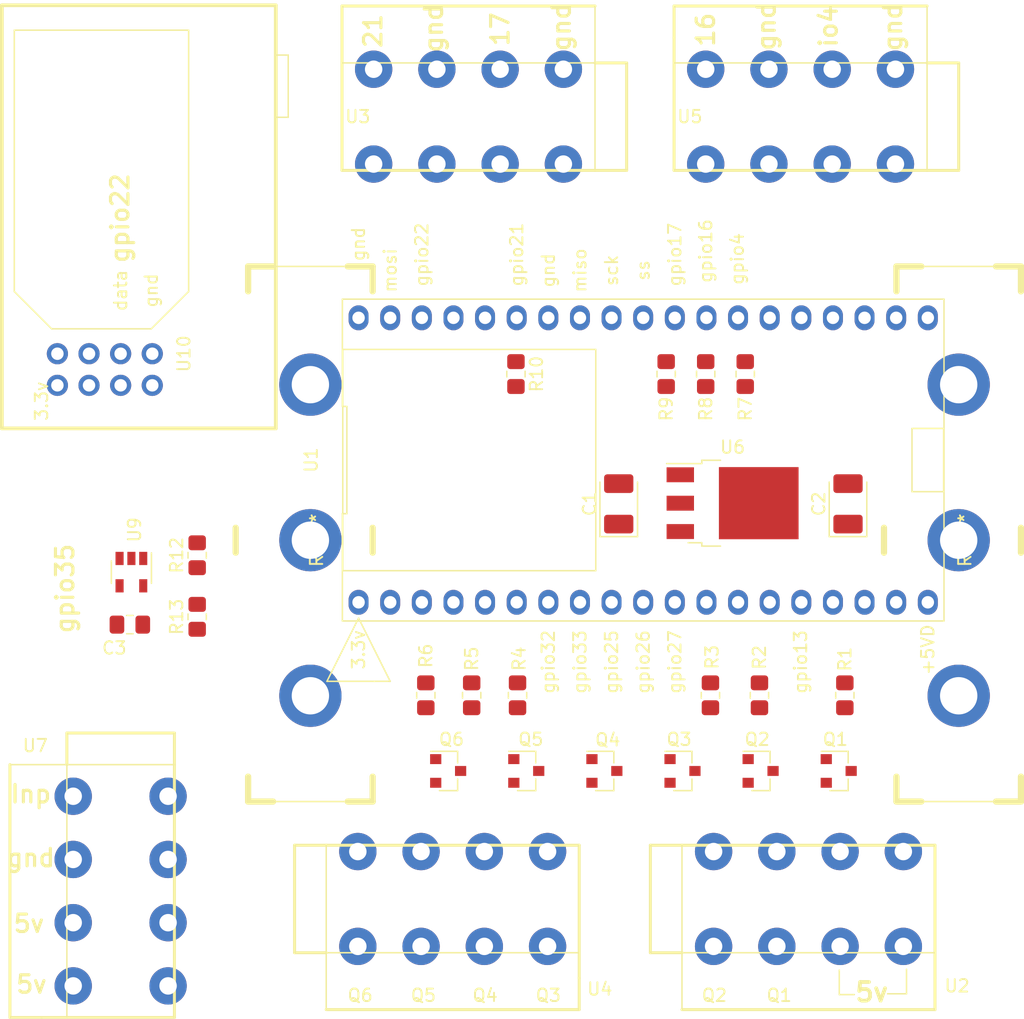
<source format=kicad_pcb>
(kicad_pcb (version 20171130) (host pcbnew "(5.1.9)-1")

  (general
    (thickness 1.6)
    (drawings 25)
    (tracks 0)
    (zones 0)
    (modules 32)
    (nets 77)
  )

  (page A4)
  (layers
    (0 F.Cu signal)
    (31 B.Cu signal)
    (32 B.Adhes user)
    (33 F.Adhes user)
    (34 B.Paste user)
    (35 F.Paste user)
    (36 B.SilkS user)
    (37 F.SilkS user)
    (38 B.Mask user)
    (39 F.Mask user)
    (40 Dwgs.User user)
    (41 Cmts.User user)
    (42 Eco1.User user)
    (43 Eco2.User user)
    (44 Edge.Cuts user)
    (45 Margin user)
    (46 B.CrtYd user)
    (47 F.CrtYd user)
    (48 B.Fab user)
    (49 F.Fab user)
  )

  (setup
    (last_trace_width 0.25)
    (trace_clearance 0.2)
    (zone_clearance 0.508)
    (zone_45_only no)
    (trace_min 0.2)
    (via_size 0.8)
    (via_drill 0.4)
    (via_min_size 0.4)
    (via_min_drill 0.3)
    (uvia_size 0.3)
    (uvia_drill 0.1)
    (uvias_allowed no)
    (uvia_min_size 0.2)
    (uvia_min_drill 0.1)
    (edge_width 0.05)
    (segment_width 0.2)
    (pcb_text_width 0.3)
    (pcb_text_size 1.5 1.5)
    (mod_edge_width 0.12)
    (mod_text_size 1 1)
    (mod_text_width 0.15)
    (pad_size 1.524 1.524)
    (pad_drill 0.762)
    (pad_to_mask_clearance 0)
    (aux_axis_origin 0 0)
    (visible_elements 7FFFFFFF)
    (pcbplotparams
      (layerselection 0x010fc_ffffffff)
      (usegerberextensions false)
      (usegerberattributes true)
      (usegerberadvancedattributes true)
      (creategerberjobfile true)
      (excludeedgelayer true)
      (linewidth 0.100000)
      (plotframeref false)
      (viasonmask false)
      (mode 1)
      (useauxorigin false)
      (hpglpennumber 1)
      (hpglpenspeed 20)
      (hpglpendiameter 15.000000)
      (psnegative false)
      (psa4output false)
      (plotreference true)
      (plotvalue true)
      (plotinvisibletext false)
      (padsonsilk false)
      (subtractmaskfromsilk false)
      (outputformat 1)
      (mirror false)
      (drillshape 1)
      (scaleselection 1)
      (outputdirectory ""))
  )

  (net 0 "")
  (net 1 "Net-(U1-Pad2)")
  (net 2 "Net-(U1-Pad3)")
  (net 3 "Net-(U1-Pad35)")
  (net 4 "Net-(U1-Pad4)")
  (net 5 "Net-(U1-Pad34)")
  (net 6 "Net-(U1-Pad5)")
  (net 7 "Net-(U1-Pad31)")
  (net 8 "Net-(U1-Pad30)")
  (net 9 "Net-(U1-Pad29)")
  (net 10 "Net-(U1-Pad12)")
  (net 11 "Net-(U1-Pad13)")
  (net 12 "Net-(U1-Pad25)")
  (net 13 "Net-(U1-Pad24)")
  (net 14 "Net-(U1-Pad23)")
  (net 15 "Net-(U1-Pad16)")
  (net 16 "Net-(U1-Pad22)")
  (net 17 "Net-(U1-Pad17)")
  (net 18 "Net-(U1-Pad21)")
  (net 19 "Net-(U1-Pad18)")
  (net 20 "Net-(U1-Pad20)")
  (net 21 "Net-(U3-Pad4)")
  (net 22 "Net-(U3-Pad3)")
  (net 23 "Net-(U3-Pad2)")
  (net 24 "Net-(U3-Pad1)")
  (net 25 "Net-(U4-Pad3)")
  (net 26 "Net-(U4-Pad4)")
  (net 27 "Net-(U5-Pad1)")
  (net 28 "Net-(U5-Pad2)")
  (net 29 "Net-(U5-Pad3)")
  (net 30 "Net-(U5-Pad4)")
  (net 31 "Net-(Q1-Pad1)")
  (net 32 GND)
  (net 33 outCtl1)
  (net 34 outCtl4)
  (net 35 "Net-(Q2-Pad1)")
  (net 36 outCtl2)
  (net 37 "Net-(Q3-Pad1)")
  (net 38 "Net-(Q4-Pad1)")
  (net 39 outCtl5)
  (net 40 "Net-(Q5-Pad1)")
  (net 41 outCtl3)
  (net 42 outCtl6)
  (net 43 "Net-(Q6-Pad1)")
  (net 44 gpio13)
  (net 45 gpio27)
  (net 46 gpio25)
  (net 47 gpio26)
  (net 48 gpio32)
  (net 49 gpio33)
  (net 50 "Net-(U2-Pad4)")
  (net 51 "Net-(U2-Pad3)")
  (net 52 "Net-(U2-Pad2)")
  (net 53 "Net-(U2-Pad1)")
  (net 54 ext_6.5_12v)
  (net 55 5v)
  (net 56 "Net-(U4-Pad2)")
  (net 57 "Net-(U4-Pad1)")
  (net 58 3v3)
  (net 59 gpio4)
  (net 60 gpio16)
  (net 61 gpio17)
  (net 62 gpio21)
  (net 63 gpio22)
  (net 64 "Net-(U7-Pad4)")
  (net 65 "Net-(U7-Pad3)")
  (net 66 "Net-(U7-Pad2)")
  (net 67 "Net-(U7-Pad1)")
  (net 68 "Net-(R12-Pad2)")
  (net 69 gpio35)
  (net 70 adcInp)
  (net 71 "Net-(U10-Pad8)")
  (net 72 "Net-(U10-Pad7)")
  (net 73 "Net-(U10-Pad4)")
  (net 74 "Net-(U10-Pad3)")
  (net 75 "Net-(U10-Pad2)")
  (net 76 "Net-(U1-Pad37)")

  (net_class Default "This is the default net class."
    (clearance 0.2)
    (trace_width 0.25)
    (via_dia 0.8)
    (via_drill 0.4)
    (uvia_dia 0.3)
    (uvia_drill 0.1)
    (add_net 3v3)
    (add_net 5v)
    (add_net GND)
    (add_net "Net-(Q1-Pad1)")
    (add_net "Net-(Q2-Pad1)")
    (add_net "Net-(Q3-Pad1)")
    (add_net "Net-(Q4-Pad1)")
    (add_net "Net-(Q5-Pad1)")
    (add_net "Net-(Q6-Pad1)")
    (add_net "Net-(R12-Pad2)")
    (add_net "Net-(U1-Pad12)")
    (add_net "Net-(U1-Pad13)")
    (add_net "Net-(U1-Pad16)")
    (add_net "Net-(U1-Pad17)")
    (add_net "Net-(U1-Pad18)")
    (add_net "Net-(U1-Pad2)")
    (add_net "Net-(U1-Pad20)")
    (add_net "Net-(U1-Pad21)")
    (add_net "Net-(U1-Pad22)")
    (add_net "Net-(U1-Pad23)")
    (add_net "Net-(U1-Pad24)")
    (add_net "Net-(U1-Pad25)")
    (add_net "Net-(U1-Pad29)")
    (add_net "Net-(U1-Pad3)")
    (add_net "Net-(U1-Pad30)")
    (add_net "Net-(U1-Pad31)")
    (add_net "Net-(U1-Pad34)")
    (add_net "Net-(U1-Pad35)")
    (add_net "Net-(U1-Pad37)")
    (add_net "Net-(U1-Pad4)")
    (add_net "Net-(U1-Pad5)")
    (add_net "Net-(U10-Pad2)")
    (add_net "Net-(U10-Pad3)")
    (add_net "Net-(U10-Pad4)")
    (add_net "Net-(U10-Pad7)")
    (add_net "Net-(U10-Pad8)")
    (add_net "Net-(U2-Pad1)")
    (add_net "Net-(U2-Pad2)")
    (add_net "Net-(U2-Pad3)")
    (add_net "Net-(U2-Pad4)")
    (add_net "Net-(U3-Pad1)")
    (add_net "Net-(U3-Pad2)")
    (add_net "Net-(U3-Pad3)")
    (add_net "Net-(U3-Pad4)")
    (add_net "Net-(U4-Pad1)")
    (add_net "Net-(U4-Pad2)")
    (add_net "Net-(U4-Pad3)")
    (add_net "Net-(U4-Pad4)")
    (add_net "Net-(U5-Pad1)")
    (add_net "Net-(U5-Pad2)")
    (add_net "Net-(U5-Pad3)")
    (add_net "Net-(U5-Pad4)")
    (add_net "Net-(U7-Pad1)")
    (add_net "Net-(U7-Pad2)")
    (add_net "Net-(U7-Pad3)")
    (add_net "Net-(U7-Pad4)")
    (add_net adcInp)
    (add_net ext_6.5_12v)
    (add_net gpio13)
    (add_net gpio16)
    (add_net gpio17)
    (add_net gpio21)
    (add_net gpio22)
    (add_net gpio25)
    (add_net gpio26)
    (add_net gpio27)
    (add_net gpio32)
    (add_net gpio33)
    (add_net gpio35)
    (add_net gpio4)
    (add_net outCtl1)
    (add_net outCtl2)
    (add_net outCtl3)
    (add_net outCtl4)
    (add_net outCtl5)
    (add_net outCtl6)
  )

  (module Esp32:DHT22 (layer F.Cu) (tedit 60E616F0) (tstamp 60E680E2)
    (at 77.47 64.135 90)
    (path /60E6511B)
    (fp_text reference U10 (at 0 7.62 90) (layer F.SilkS)
      (effects (font (size 1 1) (thickness 0.15)))
    )
    (fp_text value DHT22 (at 0 -5.08 90) (layer F.Fab)
      (effects (font (size 1 1) (thickness 0.15)))
    )
    (fp_line (start 24 16) (end 24 15) (layer F.SilkS) (width 0.12))
    (fp_line (start 19 16) (end 24 16) (layer F.SilkS) (width 0.12))
    (fp_line (start 19 15) (end 19 16) (layer F.SilkS) (width 0.12))
    (fp_line (start 2 5) (end 5 8) (layer F.SilkS) (width 0.12))
    (fp_line (start 5 -6) (end 2 -3) (layer F.SilkS) (width 0.12))
    (fp_line (start 26 -6) (end 5 -6) (layer F.SilkS) (width 0.12))
    (fp_line (start 26 8) (end 26 -6) (layer F.SilkS) (width 0.12))
    (fp_line (start 5 8) (end 26 8) (layer F.SilkS) (width 0.12))
    (fp_line (start 2 -3) (end 2 5) (layer F.SilkS) (width 0.12))
    (fp_line (start 28 -7) (end -6 -7) (layer F.SilkS) (width 0.3))
    (fp_line (start 28 15) (end 28 -7) (layer F.SilkS) (width 0.3))
    (fp_line (start -6 15) (end 28 15) (layer F.SilkS) (width 0.3))
    (fp_line (start -6 -7) (end -6 15) (layer F.SilkS) (width 0.3))
    (fp_text user data (at 5.08 2.54 90) (layer F.SilkS)
      (effects (font (size 1 1) (thickness 0.15)))
    )
    (fp_text user gnd (at 5.08 5 90) (layer F.SilkS)
      (effects (font (size 1 1) (thickness 0.15)))
    )
    (fp_text user 3.3v (at -3.81 -3.81 90) (layer F.SilkS)
      (effects (font (size 1 1) (thickness 0.15)))
    )
    (pad 8 thru_hole circle (at 0 -2.54 90) (size 1.7 1.7) (drill 1) (layers *.Cu *.Mask)
      (net 71 "Net-(U10-Pad8)"))
    (pad 7 thru_hole circle (at 0 0 90) (size 1.7 1.7) (drill 1) (layers *.Cu *.Mask)
      (net 72 "Net-(U10-Pad7)"))
    (pad 6 thru_hole circle (at 0 2.54 90) (size 1.7 1.7) (drill 1) (layers *.Cu *.Mask)
      (net 63 gpio22))
    (pad 5 thru_hole circle (at 0 5.08 90) (size 1.7 1.7) (drill 1) (layers *.Cu *.Mask)
      (net 32 GND))
    (pad 4 thru_hole circle (at -2.54 5.08 90) (size 1.7 1.7) (drill 1) (layers *.Cu *.Mask)
      (net 73 "Net-(U10-Pad4)"))
    (pad 3 thru_hole circle (at -2.54 2.54 90) (size 1.7 1.7) (drill 1) (layers *.Cu *.Mask)
      (net 74 "Net-(U10-Pad3)"))
    (pad 2 thru_hole circle (at -2.54 0 90) (size 1.7 1.7) (drill 1) (layers *.Cu *.Mask)
      (net 75 "Net-(U10-Pad2)"))
    (pad 1 thru_hole circle (at -2.54 -2.54 90) (size 1.7 1.7) (drill 1) (layers *.Cu *.Mask)
      (net 58 3v3))
  )

  (module Capacitor_SMD:C_0805_2012Metric_Pad1.18x1.45mm_HandSolder (layer F.Cu) (tedit 5F68FEEF) (tstamp 60ECEDC2)
    (at 80.7505 85.9028 180)
    (descr "Capacitor SMD 0805 (2012 Metric), square (rectangular) end terminal, IPC_7351 nominal with elongated pad for handsoldering. (Body size source: IPC-SM-782 page 76, https://www.pcb-3d.com/wordpress/wp-content/uploads/ipc-sm-782a_amendment_1_and_2.pdf, https://docs.google.com/spreadsheets/d/1BsfQQcO9C6DZCsRaXUlFlo91Tg2WpOkGARC1WS5S8t0/edit?usp=sharing), generated with kicad-footprint-generator")
    (tags "capacitor handsolder")
    (path /60EA4172)
    (attr smd)
    (fp_text reference C3 (at 1.2485 -1.8796) (layer F.SilkS)
      (effects (font (size 1 1) (thickness 0.15)))
    )
    (fp_text value 0.1 (at 0 1.68) (layer F.Fab)
      (effects (font (size 1 1) (thickness 0.15)))
    )
    (fp_line (start -1 0.625) (end -1 -0.625) (layer F.Fab) (width 0.1))
    (fp_line (start -1 -0.625) (end 1 -0.625) (layer F.Fab) (width 0.1))
    (fp_line (start 1 -0.625) (end 1 0.625) (layer F.Fab) (width 0.1))
    (fp_line (start 1 0.625) (end -1 0.625) (layer F.Fab) (width 0.1))
    (fp_line (start -0.261252 -0.735) (end 0.261252 -0.735) (layer F.SilkS) (width 0.12))
    (fp_line (start -0.261252 0.735) (end 0.261252 0.735) (layer F.SilkS) (width 0.12))
    (fp_line (start -1.88 0.98) (end -1.88 -0.98) (layer F.CrtYd) (width 0.05))
    (fp_line (start -1.88 -0.98) (end 1.88 -0.98) (layer F.CrtYd) (width 0.05))
    (fp_line (start 1.88 -0.98) (end 1.88 0.98) (layer F.CrtYd) (width 0.05))
    (fp_line (start 1.88 0.98) (end -1.88 0.98) (layer F.CrtYd) (width 0.05))
    (fp_text user %R (at 0 0) (layer F.Fab)
      (effects (font (size 0.5 0.5) (thickness 0.08)))
    )
    (pad 2 smd roundrect (at 1.0375 0 180) (size 1.175 1.45) (layers F.Cu F.Paste F.Mask) (roundrect_rratio 0.212766)
      (net 32 GND))
    (pad 1 smd roundrect (at -1.0375 0 180) (size 1.175 1.45) (layers F.Cu F.Paste F.Mask) (roundrect_rratio 0.212766)
      (net 55 5v))
    (model ${KISYS3DMOD}/Capacitor_SMD.3dshapes/C_0805_2012Metric.wrl
      (at (xyz 0 0 0))
      (scale (xyz 1 1 1))
      (rotate (xyz 0 0 0))
    )
  )

  (module Package_TO_SOT_SMD:SOT-23-5 (layer F.Cu) (tedit 5A02FF57) (tstamp 60E52558)
    (at 80.8736 81.6864 270)
    (descr "5-pin SOT23 package")
    (tags SOT-23-5)
    (path /60E57449)
    (attr smd)
    (fp_text reference U9 (at -3.4036 -0.254 90) (layer F.SilkS)
      (effects (font (size 1 1) (thickness 0.15)))
    )
    (fp_text value OPA340NA (at 0 2.9 90) (layer F.Fab)
      (effects (font (size 1 1) (thickness 0.15)))
    )
    (fp_line (start -0.9 1.61) (end 0.9 1.61) (layer F.SilkS) (width 0.12))
    (fp_line (start 0.9 -1.61) (end -1.55 -1.61) (layer F.SilkS) (width 0.12))
    (fp_line (start -1.9 -1.8) (end 1.9 -1.8) (layer F.CrtYd) (width 0.05))
    (fp_line (start 1.9 -1.8) (end 1.9 1.8) (layer F.CrtYd) (width 0.05))
    (fp_line (start 1.9 1.8) (end -1.9 1.8) (layer F.CrtYd) (width 0.05))
    (fp_line (start -1.9 1.8) (end -1.9 -1.8) (layer F.CrtYd) (width 0.05))
    (fp_line (start -0.9 -0.9) (end -0.25 -1.55) (layer F.Fab) (width 0.1))
    (fp_line (start 0.9 -1.55) (end -0.25 -1.55) (layer F.Fab) (width 0.1))
    (fp_line (start -0.9 -0.9) (end -0.9 1.55) (layer F.Fab) (width 0.1))
    (fp_line (start 0.9 1.55) (end -0.9 1.55) (layer F.Fab) (width 0.1))
    (fp_line (start 0.9 -1.55) (end 0.9 1.55) (layer F.Fab) (width 0.1))
    (fp_text user %R (at 0 0) (layer F.Fab)
      (effects (font (size 0.5 0.5) (thickness 0.075)))
    )
    (pad 5 smd rect (at 1.1 -0.95 270) (size 1.06 0.65) (layers F.Cu F.Paste F.Mask)
      (net 55 5v))
    (pad 4 smd rect (at 1.1 0.95 270) (size 1.06 0.65) (layers F.Cu F.Paste F.Mask)
      (net 68 "Net-(R12-Pad2)"))
    (pad 3 smd rect (at -1.1 0.95 270) (size 1.06 0.65) (layers F.Cu F.Paste F.Mask)
      (net 70 adcInp))
    (pad 2 smd rect (at -1.1 0 270) (size 1.06 0.65) (layers F.Cu F.Paste F.Mask)
      (net 32 GND))
    (pad 1 smd rect (at -1.1 -0.95 270) (size 1.06 0.65) (layers F.Cu F.Paste F.Mask)
      (net 68 "Net-(R12-Pad2)"))
    (model ${KISYS3DMOD}/Package_TO_SOT_SMD.3dshapes/SOT-23-5.wrl
      (at (xyz 0 0 0))
      (scale (xyz 1 1 1))
      (rotate (xyz 0 0 0))
    )
  )

  (module Resistor_SMD:R_0805_2012Metric_Pad1.20x1.40mm_HandSolder (layer F.Cu) (tedit 5F68FEEE) (tstamp 60E5235D)
    (at 86.1568 85.2772 90)
    (descr "Resistor SMD 0805 (2012 Metric), square (rectangular) end terminal, IPC_7351 nominal with elongated pad for handsoldering. (Body size source: IPC-SM-782 page 72, https://www.pcb-3d.com/wordpress/wp-content/uploads/ipc-sm-782a_amendment_1_and_2.pdf), generated with kicad-footprint-generator")
    (tags "resistor handsolder")
    (path /60E651F1)
    (attr smd)
    (fp_text reference R13 (at 0 -1.65 90) (layer F.SilkS)
      (effects (font (size 1 1) (thickness 0.15)))
    )
    (fp_text value 1k (at 0 1.65 90) (layer F.Fab)
      (effects (font (size 1 1) (thickness 0.15)))
    )
    (fp_line (start -1 0.625) (end -1 -0.625) (layer F.Fab) (width 0.1))
    (fp_line (start -1 -0.625) (end 1 -0.625) (layer F.Fab) (width 0.1))
    (fp_line (start 1 -0.625) (end 1 0.625) (layer F.Fab) (width 0.1))
    (fp_line (start 1 0.625) (end -1 0.625) (layer F.Fab) (width 0.1))
    (fp_line (start -0.227064 -0.735) (end 0.227064 -0.735) (layer F.SilkS) (width 0.12))
    (fp_line (start -0.227064 0.735) (end 0.227064 0.735) (layer F.SilkS) (width 0.12))
    (fp_line (start -1.85 0.95) (end -1.85 -0.95) (layer F.CrtYd) (width 0.05))
    (fp_line (start -1.85 -0.95) (end 1.85 -0.95) (layer F.CrtYd) (width 0.05))
    (fp_line (start 1.85 -0.95) (end 1.85 0.95) (layer F.CrtYd) (width 0.05))
    (fp_line (start 1.85 0.95) (end -1.85 0.95) (layer F.CrtYd) (width 0.05))
    (fp_text user %R (at 0 0 90) (layer F.Fab)
      (effects (font (size 0.5 0.5) (thickness 0.08)))
    )
    (pad 2 smd roundrect (at 1 0 90) (size 1.2 1.4) (layers F.Cu F.Paste F.Mask) (roundrect_rratio 0.208333)
      (net 69 gpio35))
    (pad 1 smd roundrect (at -1 0 90) (size 1.2 1.4) (layers F.Cu F.Paste F.Mask) (roundrect_rratio 0.208333)
      (net 32 GND))
    (model ${KISYS3DMOD}/Resistor_SMD.3dshapes/R_0805_2012Metric.wrl
      (at (xyz 0 0 0))
      (scale (xyz 1 1 1))
      (rotate (xyz 0 0 0))
    )
  )

  (module Resistor_SMD:R_0805_2012Metric_Pad1.20x1.40mm_HandSolder (layer F.Cu) (tedit 5F68FEEE) (tstamp 60E5234C)
    (at 86.1568 80.3308 90)
    (descr "Resistor SMD 0805 (2012 Metric), square (rectangular) end terminal, IPC_7351 nominal with elongated pad for handsoldering. (Body size source: IPC-SM-782 page 72, https://www.pcb-3d.com/wordpress/wp-content/uploads/ipc-sm-782a_amendment_1_and_2.pdf), generated with kicad-footprint-generator")
    (tags "resistor handsolder")
    (path /60E64517)
    (attr smd)
    (fp_text reference R12 (at 0 -1.65 90) (layer F.SilkS)
      (effects (font (size 1 1) (thickness 0.15)))
    )
    (fp_text value 4k (at 0 1.65 90) (layer F.Fab)
      (effects (font (size 1 1) (thickness 0.15)))
    )
    (fp_line (start -1 0.625) (end -1 -0.625) (layer F.Fab) (width 0.1))
    (fp_line (start -1 -0.625) (end 1 -0.625) (layer F.Fab) (width 0.1))
    (fp_line (start 1 -0.625) (end 1 0.625) (layer F.Fab) (width 0.1))
    (fp_line (start 1 0.625) (end -1 0.625) (layer F.Fab) (width 0.1))
    (fp_line (start -0.227064 -0.735) (end 0.227064 -0.735) (layer F.SilkS) (width 0.12))
    (fp_line (start -0.227064 0.735) (end 0.227064 0.735) (layer F.SilkS) (width 0.12))
    (fp_line (start -1.85 0.95) (end -1.85 -0.95) (layer F.CrtYd) (width 0.05))
    (fp_line (start -1.85 -0.95) (end 1.85 -0.95) (layer F.CrtYd) (width 0.05))
    (fp_line (start 1.85 -0.95) (end 1.85 0.95) (layer F.CrtYd) (width 0.05))
    (fp_line (start 1.85 0.95) (end -1.85 0.95) (layer F.CrtYd) (width 0.05))
    (fp_text user %R (at 0 0 90) (layer F.Fab)
      (effects (font (size 0.5 0.5) (thickness 0.08)))
    )
    (pad 2 smd roundrect (at 1 0 90) (size 1.2 1.4) (layers F.Cu F.Paste F.Mask) (roundrect_rratio 0.208333)
      (net 68 "Net-(R12-Pad2)"))
    (pad 1 smd roundrect (at -1 0 90) (size 1.2 1.4) (layers F.Cu F.Paste F.Mask) (roundrect_rratio 0.208333)
      (net 69 gpio35))
    (model ${KISYS3DMOD}/Resistor_SMD.3dshapes/R_0805_2012Metric.wrl
      (at (xyz 0 0 0))
      (scale (xyz 1 1 1))
      (rotate (xyz 0 0 0))
    )
  )

  (module Connector_DG142V:DG142V-5.08-4 (layer F.Cu) (tedit 60DB7582) (tstamp 60E22B92)
    (at 76.2 99.695 270)
    (path /60E936A2)
    (fp_text reference U7 (at -4.064 3.048) (layer F.SilkS)
      (effects (font (size 1 1) (thickness 0.15)))
    )
    (fp_text value DG142V-5.08-4 (at 7.62 -10.668 90) (layer F.Fab)
      (effects (font (size 1 1) (thickness 0.15)))
    )
    (fp_line (start -5.08 0.508) (end -2.54 0.508) (layer F.SilkS) (width 0.24))
    (fp_line (start -5.08 -8.128) (end -5.08 0.508) (layer F.SilkS) (width 0.24))
    (fp_line (start -2.54 -8.128) (end -5.08 -8.128) (layer F.SilkS) (width 0.24))
    (fp_line (start -2.54 0.508) (end 17.78 0.508) (layer F.SilkS) (width 0.12))
    (fp_line (start 17.78 -8.128) (end 17.78 2.54) (layer F.SilkS) (width 0.24))
    (fp_line (start 17.78 5.08) (end 17.78 2.54) (layer F.SilkS) (width 0.24))
    (fp_line (start -2.54 5.08) (end 17.78 5.08) (layer F.SilkS) (width 0.24))
    (fp_line (start -2.54 -8.128) (end -2.54 5.08) (layer F.SilkS) (width 0.12))
    (fp_line (start 17.78 -8.128) (end -2.54 -8.128) (layer F.SilkS) (width 0.24))
    (pad 8 thru_hole circle (at 0 -7.62 270) (size 3 3) (drill 1.4) (layers *.Cu *.Mask)
      (net 70 adcInp))
    (pad 7 thru_hole circle (at 5.08 -7.62 270) (size 3 3) (drill 1.4) (layers *.Cu *.Mask)
      (net 32 GND))
    (pad 6 thru_hole circle (at 10.16 -7.62 270) (size 3 3) (drill 1.4) (layers *.Cu *.Mask)
      (net 55 5v))
    (pad 5 thru_hole circle (at 15.24 -7.62 270) (size 3 3) (drill 1.4) (layers *.Cu *.Mask)
      (net 55 5v))
    (pad 4 thru_hole circle (at 15.24 0 270) (size 3 3) (drill 1.4) (layers *.Cu *.Mask)
      (net 64 "Net-(U7-Pad4)"))
    (pad 3 thru_hole circle (at 10.16 0 270) (size 3 3) (drill 1.4) (layers *.Cu *.Mask)
      (net 65 "Net-(U7-Pad3)"))
    (pad 2 thru_hole circle (at 5.08 0 270) (size 3 3) (drill 1.4) (layers *.Cu *.Mask)
      (net 66 "Net-(U7-Pad2)"))
    (pad 1 thru_hole circle (at 0 0 270) (size 3 3) (drill 1.4) (layers *.Cu *.Mask)
      (net 67 "Net-(U7-Pad1)"))
  )

  (module Resistor_SMD:R_0805_2012Metric_Pad1.20x1.40mm_HandSolder (layer F.Cu) (tedit 5F68FEEE) (tstamp 60E229D6)
    (at 111.76 65.77 270)
    (descr "Resistor SMD 0805 (2012 Metric), square (rectangular) end terminal, IPC_7351 nominal with elongated pad for handsoldering. (Body size source: IPC-SM-782 page 72, https://www.pcb-3d.com/wordpress/wp-content/uploads/ipc-sm-782a_amendment_1_and_2.pdf), generated with kicad-footprint-generator")
    (tags "resistor handsolder")
    (path /60E88B79)
    (attr smd)
    (fp_text reference R10 (at 0 -1.65 90) (layer F.SilkS)
      (effects (font (size 1 1) (thickness 0.15)))
    )
    (fp_text value 1k (at 0 1.65 90) (layer F.Fab)
      (effects (font (size 1 1) (thickness 0.15)))
    )
    (fp_line (start 1.85 0.95) (end -1.85 0.95) (layer F.CrtYd) (width 0.05))
    (fp_line (start 1.85 -0.95) (end 1.85 0.95) (layer F.CrtYd) (width 0.05))
    (fp_line (start -1.85 -0.95) (end 1.85 -0.95) (layer F.CrtYd) (width 0.05))
    (fp_line (start -1.85 0.95) (end -1.85 -0.95) (layer F.CrtYd) (width 0.05))
    (fp_line (start -0.227064 0.735) (end 0.227064 0.735) (layer F.SilkS) (width 0.12))
    (fp_line (start -0.227064 -0.735) (end 0.227064 -0.735) (layer F.SilkS) (width 0.12))
    (fp_line (start 1 0.625) (end -1 0.625) (layer F.Fab) (width 0.1))
    (fp_line (start 1 -0.625) (end 1 0.625) (layer F.Fab) (width 0.1))
    (fp_line (start -1 -0.625) (end 1 -0.625) (layer F.Fab) (width 0.1))
    (fp_line (start -1 0.625) (end -1 -0.625) (layer F.Fab) (width 0.1))
    (fp_text user %R (at 0 0 90) (layer F.Fab)
      (effects (font (size 0.5 0.5) (thickness 0.08)))
    )
    (pad 2 smd roundrect (at 1 0 270) (size 1.2 1.4) (layers F.Cu F.Paste F.Mask) (roundrect_rratio 0.208333)
      (net 58 3v3))
    (pad 1 smd roundrect (at -1 0 270) (size 1.2 1.4) (layers F.Cu F.Paste F.Mask) (roundrect_rratio 0.208333)
      (net 62 gpio21))
    (model ${KISYS3DMOD}/Resistor_SMD.3dshapes/R_0805_2012Metric.wrl
      (at (xyz 0 0 0))
      (scale (xyz 1 1 1))
      (rotate (xyz 0 0 0))
    )
  )

  (module Resistor_SMD:R_0805_2012Metric_Pad1.20x1.40mm_HandSolder (layer F.Cu) (tedit 5F68FEEE) (tstamp 60E216FB)
    (at 123.825 65.77 270)
    (descr "Resistor SMD 0805 (2012 Metric), square (rectangular) end terminal, IPC_7351 nominal with elongated pad for handsoldering. (Body size source: IPC-SM-782 page 72, https://www.pcb-3d.com/wordpress/wp-content/uploads/ipc-sm-782a_amendment_1_and_2.pdf), generated with kicad-footprint-generator")
    (tags "resistor handsolder")
    (path /60E692B1)
    (attr smd)
    (fp_text reference R9 (at 2.81 0 90) (layer F.SilkS)
      (effects (font (size 1 1) (thickness 0.15)))
    )
    (fp_text value 1k (at 0 1.65 90) (layer F.Fab)
      (effects (font (size 1 1) (thickness 0.15)))
    )
    (fp_line (start 1.85 0.95) (end -1.85 0.95) (layer F.CrtYd) (width 0.05))
    (fp_line (start 1.85 -0.95) (end 1.85 0.95) (layer F.CrtYd) (width 0.05))
    (fp_line (start -1.85 -0.95) (end 1.85 -0.95) (layer F.CrtYd) (width 0.05))
    (fp_line (start -1.85 0.95) (end -1.85 -0.95) (layer F.CrtYd) (width 0.05))
    (fp_line (start -0.227064 0.735) (end 0.227064 0.735) (layer F.SilkS) (width 0.12))
    (fp_line (start -0.227064 -0.735) (end 0.227064 -0.735) (layer F.SilkS) (width 0.12))
    (fp_line (start 1 0.625) (end -1 0.625) (layer F.Fab) (width 0.1))
    (fp_line (start 1 -0.625) (end 1 0.625) (layer F.Fab) (width 0.1))
    (fp_line (start -1 -0.625) (end 1 -0.625) (layer F.Fab) (width 0.1))
    (fp_line (start -1 0.625) (end -1 -0.625) (layer F.Fab) (width 0.1))
    (fp_text user %R (at 0 0 90) (layer F.Fab)
      (effects (font (size 0.5 0.5) (thickness 0.08)))
    )
    (pad 2 smd roundrect (at 1 0 270) (size 1.2 1.4) (layers F.Cu F.Paste F.Mask) (roundrect_rratio 0.208333)
      (net 58 3v3))
    (pad 1 smd roundrect (at -1 0 270) (size 1.2 1.4) (layers F.Cu F.Paste F.Mask) (roundrect_rratio 0.208333)
      (net 61 gpio17))
    (model ${KISYS3DMOD}/Resistor_SMD.3dshapes/R_0805_2012Metric.wrl
      (at (xyz 0 0 0))
      (scale (xyz 1 1 1))
      (rotate (xyz 0 0 0))
    )
  )

  (module Resistor_SMD:R_0805_2012Metric_Pad1.20x1.40mm_HandSolder (layer F.Cu) (tedit 5F68FEEE) (tstamp 60E216EA)
    (at 127 65.77 270)
    (descr "Resistor SMD 0805 (2012 Metric), square (rectangular) end terminal, IPC_7351 nominal with elongated pad for handsoldering. (Body size source: IPC-SM-782 page 72, https://www.pcb-3d.com/wordpress/wp-content/uploads/ipc-sm-782a_amendment_1_and_2.pdf), generated with kicad-footprint-generator")
    (tags "resistor handsolder")
    (path /60E67A6E)
    (attr smd)
    (fp_text reference R8 (at 2.81 0 90) (layer F.SilkS)
      (effects (font (size 1 1) (thickness 0.15)))
    )
    (fp_text value 1k (at 0 1.65 90) (layer F.Fab)
      (effects (font (size 1 1) (thickness 0.15)))
    )
    (fp_line (start 1.85 0.95) (end -1.85 0.95) (layer F.CrtYd) (width 0.05))
    (fp_line (start 1.85 -0.95) (end 1.85 0.95) (layer F.CrtYd) (width 0.05))
    (fp_line (start -1.85 -0.95) (end 1.85 -0.95) (layer F.CrtYd) (width 0.05))
    (fp_line (start -1.85 0.95) (end -1.85 -0.95) (layer F.CrtYd) (width 0.05))
    (fp_line (start -0.227064 0.735) (end 0.227064 0.735) (layer F.SilkS) (width 0.12))
    (fp_line (start -0.227064 -0.735) (end 0.227064 -0.735) (layer F.SilkS) (width 0.12))
    (fp_line (start 1 0.625) (end -1 0.625) (layer F.Fab) (width 0.1))
    (fp_line (start 1 -0.625) (end 1 0.625) (layer F.Fab) (width 0.1))
    (fp_line (start -1 -0.625) (end 1 -0.625) (layer F.Fab) (width 0.1))
    (fp_line (start -1 0.625) (end -1 -0.625) (layer F.Fab) (width 0.1))
    (fp_text user %R (at 0 0 90) (layer F.Fab)
      (effects (font (size 0.5 0.5) (thickness 0.08)))
    )
    (pad 2 smd roundrect (at 1 0 270) (size 1.2 1.4) (layers F.Cu F.Paste F.Mask) (roundrect_rratio 0.208333)
      (net 58 3v3))
    (pad 1 smd roundrect (at -1 0 270) (size 1.2 1.4) (layers F.Cu F.Paste F.Mask) (roundrect_rratio 0.208333)
      (net 60 gpio16))
    (model ${KISYS3DMOD}/Resistor_SMD.3dshapes/R_0805_2012Metric.wrl
      (at (xyz 0 0 0))
      (scale (xyz 1 1 1))
      (rotate (xyz 0 0 0))
    )
  )

  (module Resistor_SMD:R_0805_2012Metric_Pad1.20x1.40mm_HandSolder (layer F.Cu) (tedit 5F68FEEE) (tstamp 60E216D9)
    (at 130.175 65.77 270)
    (descr "Resistor SMD 0805 (2012 Metric), square (rectangular) end terminal, IPC_7351 nominal with elongated pad for handsoldering. (Body size source: IPC-SM-782 page 72, https://www.pcb-3d.com/wordpress/wp-content/uploads/ipc-sm-782a_amendment_1_and_2.pdf), generated with kicad-footprint-generator")
    (tags "resistor handsolder")
    (path /60E60568)
    (attr smd)
    (fp_text reference R7 (at 2.81 0 90) (layer F.SilkS)
      (effects (font (size 1 1) (thickness 0.15)))
    )
    (fp_text value 1k (at 0 1.65 90) (layer F.Fab)
      (effects (font (size 1 1) (thickness 0.15)))
    )
    (fp_line (start 1.85 0.95) (end -1.85 0.95) (layer F.CrtYd) (width 0.05))
    (fp_line (start 1.85 -0.95) (end 1.85 0.95) (layer F.CrtYd) (width 0.05))
    (fp_line (start -1.85 -0.95) (end 1.85 -0.95) (layer F.CrtYd) (width 0.05))
    (fp_line (start -1.85 0.95) (end -1.85 -0.95) (layer F.CrtYd) (width 0.05))
    (fp_line (start -0.227064 0.735) (end 0.227064 0.735) (layer F.SilkS) (width 0.12))
    (fp_line (start -0.227064 -0.735) (end 0.227064 -0.735) (layer F.SilkS) (width 0.12))
    (fp_line (start 1 0.625) (end -1 0.625) (layer F.Fab) (width 0.1))
    (fp_line (start 1 -0.625) (end 1 0.625) (layer F.Fab) (width 0.1))
    (fp_line (start -1 -0.625) (end 1 -0.625) (layer F.Fab) (width 0.1))
    (fp_line (start -1 0.625) (end -1 -0.625) (layer F.Fab) (width 0.1))
    (fp_text user %R (at 0 0 90) (layer F.Fab)
      (effects (font (size 0.5 0.5) (thickness 0.08)))
    )
    (pad 2 smd roundrect (at 1 0 270) (size 1.2 1.4) (layers F.Cu F.Paste F.Mask) (roundrect_rratio 0.208333)
      (net 58 3v3))
    (pad 1 smd roundrect (at -1 0 270) (size 1.2 1.4) (layers F.Cu F.Paste F.Mask) (roundrect_rratio 0.208333)
      (net 59 gpio4))
    (model ${KISYS3DMOD}/Resistor_SMD.3dshapes/R_0805_2012Metric.wrl
      (at (xyz 0 0 0))
      (scale (xyz 1 1 1))
      (rotate (xyz 0 0 0))
    )
  )

  (module Package_TO_SOT_SMD:TO-252-3_TabPin2 (layer F.Cu) (tedit 5A70F30B) (tstamp 60E20B47)
    (at 129.16 76.145)
    (descr "TO-252 / DPAK SMD package, http://www.infineon.com/cms/en/product/packages/PG-TO252/PG-TO252-3-1/")
    (tags "DPAK TO-252 DPAK-3 TO-252-3 SOT-428")
    (path /60E36F97)
    (attr smd)
    (fp_text reference U6 (at 0 -4.5) (layer F.SilkS)
      (effects (font (size 1 1) (thickness 0.15)))
    )
    (fp_text value LM1117-5.0 (at 0 4.5) (layer F.Fab)
      (effects (font (size 1 1) (thickness 0.15)))
    )
    (fp_line (start 5.55 -3.5) (end -5.55 -3.5) (layer F.CrtYd) (width 0.05))
    (fp_line (start 5.55 3.5) (end 5.55 -3.5) (layer F.CrtYd) (width 0.05))
    (fp_line (start -5.55 3.5) (end 5.55 3.5) (layer F.CrtYd) (width 0.05))
    (fp_line (start -5.55 -3.5) (end -5.55 3.5) (layer F.CrtYd) (width 0.05))
    (fp_line (start -2.47 3.18) (end -3.57 3.18) (layer F.SilkS) (width 0.12))
    (fp_line (start -2.47 3.45) (end -2.47 3.18) (layer F.SilkS) (width 0.12))
    (fp_line (start -0.97 3.45) (end -2.47 3.45) (layer F.SilkS) (width 0.12))
    (fp_line (start -2.47 -3.18) (end -5.3 -3.18) (layer F.SilkS) (width 0.12))
    (fp_line (start -2.47 -3.45) (end -2.47 -3.18) (layer F.SilkS) (width 0.12))
    (fp_line (start -0.97 -3.45) (end -2.47 -3.45) (layer F.SilkS) (width 0.12))
    (fp_line (start -4.97 2.655) (end -2.27 2.655) (layer F.Fab) (width 0.1))
    (fp_line (start -4.97 1.905) (end -4.97 2.655) (layer F.Fab) (width 0.1))
    (fp_line (start -2.27 1.905) (end -4.97 1.905) (layer F.Fab) (width 0.1))
    (fp_line (start -4.97 0.375) (end -2.27 0.375) (layer F.Fab) (width 0.1))
    (fp_line (start -4.97 -0.375) (end -4.97 0.375) (layer F.Fab) (width 0.1))
    (fp_line (start -2.27 -0.375) (end -4.97 -0.375) (layer F.Fab) (width 0.1))
    (fp_line (start -4.97 -1.905) (end -2.27 -1.905) (layer F.Fab) (width 0.1))
    (fp_line (start -4.97 -2.655) (end -4.97 -1.905) (layer F.Fab) (width 0.1))
    (fp_line (start -1.865 -2.655) (end -4.97 -2.655) (layer F.Fab) (width 0.1))
    (fp_line (start -1.27 -3.25) (end 3.95 -3.25) (layer F.Fab) (width 0.1))
    (fp_line (start -2.27 -2.25) (end -1.27 -3.25) (layer F.Fab) (width 0.1))
    (fp_line (start -2.27 3.25) (end -2.27 -2.25) (layer F.Fab) (width 0.1))
    (fp_line (start 3.95 3.25) (end -2.27 3.25) (layer F.Fab) (width 0.1))
    (fp_line (start 3.95 -3.25) (end 3.95 3.25) (layer F.Fab) (width 0.1))
    (fp_line (start 4.95 2.7) (end 3.95 2.7) (layer F.Fab) (width 0.1))
    (fp_line (start 4.95 -2.7) (end 4.95 2.7) (layer F.Fab) (width 0.1))
    (fp_line (start 3.95 -2.7) (end 4.95 -2.7) (layer F.Fab) (width 0.1))
    (fp_text user %R (at 0 0) (layer F.Fab)
      (effects (font (size 1 1) (thickness 0.15)))
    )
    (pad "" smd rect (at 0.425 1.525) (size 3.05 2.75) (layers F.Paste))
    (pad "" smd rect (at 3.775 -1.525) (size 3.05 2.75) (layers F.Paste))
    (pad "" smd rect (at 0.425 -1.525) (size 3.05 2.75) (layers F.Paste))
    (pad "" smd rect (at 3.775 1.525) (size 3.05 2.75) (layers F.Paste))
    (pad 2 smd rect (at 2.1 0) (size 6.4 5.8) (layers F.Cu F.Mask)
      (net 55 5v))
    (pad 3 smd rect (at -4.2 2.28) (size 2.2 1.2) (layers F.Cu F.Paste F.Mask)
      (net 54 ext_6.5_12v))
    (pad 2 smd rect (at -4.2 0) (size 2.2 1.2) (layers F.Cu F.Paste F.Mask)
      (net 55 5v))
    (pad 1 smd rect (at -4.2 -2.28) (size 2.2 1.2) (layers F.Cu F.Paste F.Mask)
      (net 32 GND))
    (model ${KISYS3DMOD}/Package_TO_SOT_SMD.3dshapes/TO-252-3_TabPin2.wrl
      (at (xyz 0 0 0))
      (scale (xyz 1 1 1))
      (rotate (xyz 0 0 0))
    )
  )

  (module Capacitor_Tantalum_SMD:CP_EIA-3528-21_Kemet-B_Pad1.50x2.35mm_HandSolder (layer F.Cu) (tedit 5EBA9318) (tstamp 60E20827)
    (at 138.43 76.2 90)
    (descr "Tantalum Capacitor SMD Kemet-B (3528-21 Metric), IPC_7351 nominal, (Body size from: http://www.kemet.com/Lists/ProductCatalog/Attachments/253/KEM_TC101_STD.pdf), generated with kicad-footprint-generator")
    (tags "capacitor tantalum")
    (path /60E49079)
    (attr smd)
    (fp_text reference C2 (at 0 -2.35 90) (layer F.SilkS)
      (effects (font (size 1 1) (thickness 0.15)))
    )
    (fp_text value CP1 (at 0 2.35 90) (layer F.Fab)
      (effects (font (size 1 1) (thickness 0.15)))
    )
    (fp_line (start 2.62 1.65) (end -2.62 1.65) (layer F.CrtYd) (width 0.05))
    (fp_line (start 2.62 -1.65) (end 2.62 1.65) (layer F.CrtYd) (width 0.05))
    (fp_line (start -2.62 -1.65) (end 2.62 -1.65) (layer F.CrtYd) (width 0.05))
    (fp_line (start -2.62 1.65) (end -2.62 -1.65) (layer F.CrtYd) (width 0.05))
    (fp_line (start -2.635 1.51) (end 1.75 1.51) (layer F.SilkS) (width 0.12))
    (fp_line (start -2.635 -1.51) (end -2.635 1.51) (layer F.SilkS) (width 0.12))
    (fp_line (start 1.75 -1.51) (end -2.635 -1.51) (layer F.SilkS) (width 0.12))
    (fp_line (start 1.75 1.4) (end 1.75 -1.4) (layer F.Fab) (width 0.1))
    (fp_line (start -1.75 1.4) (end 1.75 1.4) (layer F.Fab) (width 0.1))
    (fp_line (start -1.75 -0.7) (end -1.75 1.4) (layer F.Fab) (width 0.1))
    (fp_line (start -1.05 -1.4) (end -1.75 -0.7) (layer F.Fab) (width 0.1))
    (fp_line (start 1.75 -1.4) (end -1.05 -1.4) (layer F.Fab) (width 0.1))
    (fp_text user %R (at 0 0 90) (layer F.Fab)
      (effects (font (size 0.88 0.88) (thickness 0.13)))
    )
    (pad 2 smd roundrect (at 1.625 0 90) (size 1.5 2.35) (layers F.Cu F.Paste F.Mask) (roundrect_rratio 0.166667)
      (net 32 GND))
    (pad 1 smd roundrect (at -1.625 0 90) (size 1.5 2.35) (layers F.Cu F.Paste F.Mask) (roundrect_rratio 0.166667)
      (net 55 5v))
    (model ${KISYS3DMOD}/Capacitor_Tantalum_SMD.3dshapes/CP_EIA-3528-21_Kemet-B.wrl
      (at (xyz 0 0 0))
      (scale (xyz 1 1 1))
      (rotate (xyz 0 0 0))
    )
  )

  (module Capacitor_Tantalum_SMD:CP_EIA-3528-21_Kemet-B_Pad1.50x2.35mm_HandSolder (layer F.Cu) (tedit 5EBA9318) (tstamp 60E20814)
    (at 120.015 76.2 90)
    (descr "Tantalum Capacitor SMD Kemet-B (3528-21 Metric), IPC_7351 nominal, (Body size from: http://www.kemet.com/Lists/ProductCatalog/Attachments/253/KEM_TC101_STD.pdf), generated with kicad-footprint-generator")
    (tags "capacitor tantalum")
    (path /60E4883D)
    (attr smd)
    (fp_text reference C1 (at 0 -2.35 90) (layer F.SilkS)
      (effects (font (size 1 1) (thickness 0.15)))
    )
    (fp_text value CP1 (at 0 2.35 90) (layer F.Fab)
      (effects (font (size 1 1) (thickness 0.15)))
    )
    (fp_line (start 2.62 1.65) (end -2.62 1.65) (layer F.CrtYd) (width 0.05))
    (fp_line (start 2.62 -1.65) (end 2.62 1.65) (layer F.CrtYd) (width 0.05))
    (fp_line (start -2.62 -1.65) (end 2.62 -1.65) (layer F.CrtYd) (width 0.05))
    (fp_line (start -2.62 1.65) (end -2.62 -1.65) (layer F.CrtYd) (width 0.05))
    (fp_line (start -2.635 1.51) (end 1.75 1.51) (layer F.SilkS) (width 0.12))
    (fp_line (start -2.635 -1.51) (end -2.635 1.51) (layer F.SilkS) (width 0.12))
    (fp_line (start 1.75 -1.51) (end -2.635 -1.51) (layer F.SilkS) (width 0.12))
    (fp_line (start 1.75 1.4) (end 1.75 -1.4) (layer F.Fab) (width 0.1))
    (fp_line (start -1.75 1.4) (end 1.75 1.4) (layer F.Fab) (width 0.1))
    (fp_line (start -1.75 -0.7) (end -1.75 1.4) (layer F.Fab) (width 0.1))
    (fp_line (start -1.05 -1.4) (end -1.75 -0.7) (layer F.Fab) (width 0.1))
    (fp_line (start 1.75 -1.4) (end -1.05 -1.4) (layer F.Fab) (width 0.1))
    (fp_text user %R (at 0 0 90) (layer F.Fab)
      (effects (font (size 0.88 0.88) (thickness 0.13)))
    )
    (pad 2 smd roundrect (at 1.625 0 90) (size 1.5 2.35) (layers F.Cu F.Paste F.Mask) (roundrect_rratio 0.166667)
      (net 32 GND))
    (pad 1 smd roundrect (at -1.625 0 90) (size 1.5 2.35) (layers F.Cu F.Paste F.Mask) (roundrect_rratio 0.166667)
      (net 54 ext_6.5_12v))
    (model ${KISYS3DMOD}/Capacitor_Tantalum_SMD.3dshapes/CP_EIA-3528-21_Kemet-B.wrl
      (at (xyz 0 0 0))
      (scale (xyz 1 1 1))
      (rotate (xyz 0 0 0))
    )
  )

  (module DinRail:DinRailAdapter_H19_L42_W10 (layer F.Cu) (tedit 60DE25C6) (tstamp 60DE7ED3)
    (at 95.25 79.121 90)
    (fp_text reference REF** (at 0 0.5 90) (layer F.SilkS)
      (effects (font (size 1 1) (thickness 0.15)))
    )
    (fp_text value DinRailAdapter_H19_L42_W10 (at 0 -0.5 90) (layer F.Fab)
      (effects (font (size 1 1) (thickness 0.15)))
    )
    (fp_line (start -1 5) (end 1 5) (layer F.SilkS) (width 0.5))
    (fp_line (start -1 -6) (end 1 -6) (layer F.SilkS) (width 0.5))
    (fp_line (start -21 -5) (end -19 -5) (layer F.SilkS) (width 0.5))
    (fp_line (start -21 -5) (end -21 -3) (layer F.SilkS) (width 0.5))
    (fp_line (start -21 3) (end -21 5) (layer F.SilkS) (width 0.5))
    (fp_line (start -19 5) (end -21 5) (layer F.SilkS) (width 0.5))
    (fp_line (start 22 5) (end 20 5) (layer F.SilkS) (width 0.5))
    (fp_line (start 22 5) (end 22 3) (layer F.SilkS) (width 0.5))
    (fp_line (start 22 -3) (end 22 -5) (layer F.SilkS) (width 0.5))
    (fp_line (start 20 -5) (end 22 -5) (layer F.SilkS) (width 0.5))
    (fp_line (start 22 -5) (end 22 -3) (layer F.SilkS) (width 0.12))
    (fp_line (start 20 -5) (end 22 -5) (layer F.SilkS) (width 0.12))
    (fp_line (start 22 -5) (end 22 5) (layer F.SilkS) (width 0.12))
    (fp_line (start -21 5) (end -21 -5) (layer F.SilkS) (width 0.12))
    (pad 3 thru_hole circle (at 12.5 0 90) (size 5 5) (drill 3) (layers *.Cu *.Mask))
    (pad 2 thru_hole circle (at 0 0 90) (size 5 5) (drill 3) (layers *.Cu *.Mask))
    (pad 1 thru_hole circle (at -12.5 0 90) (size 5 5) (drill 3) (layers *.Cu *.Mask))
  )

  (module DinRail:DinRailAdapter_H19_L42_W10 (layer F.Cu) (tedit 60DE25C6) (tstamp 60DE7E82)
    (at 147.32 79.121 90)
    (fp_text reference REF** (at 0 0.5 90) (layer F.SilkS)
      (effects (font (size 1 1) (thickness 0.15)))
    )
    (fp_text value DinRailAdapter_H19_L42_W10 (at 0 -0.5 90) (layer F.Fab)
      (effects (font (size 1 1) (thickness 0.15)))
    )
    (fp_line (start -1 5) (end 1 5) (layer F.SilkS) (width 0.5))
    (fp_line (start -1 -6) (end 1 -6) (layer F.SilkS) (width 0.5))
    (fp_line (start -21 -5) (end -19 -5) (layer F.SilkS) (width 0.5))
    (fp_line (start -21 -5) (end -21 -3) (layer F.SilkS) (width 0.5))
    (fp_line (start -21 3) (end -21 5) (layer F.SilkS) (width 0.5))
    (fp_line (start -19 5) (end -21 5) (layer F.SilkS) (width 0.5))
    (fp_line (start 22 5) (end 20 5) (layer F.SilkS) (width 0.5))
    (fp_line (start 22 5) (end 22 3) (layer F.SilkS) (width 0.5))
    (fp_line (start 22 -3) (end 22 -5) (layer F.SilkS) (width 0.5))
    (fp_line (start 20 -5) (end 22 -5) (layer F.SilkS) (width 0.5))
    (fp_line (start 22 -5) (end 22 -3) (layer F.SilkS) (width 0.12))
    (fp_line (start 20 -5) (end 22 -5) (layer F.SilkS) (width 0.12))
    (fp_line (start 22 -5) (end 22 5) (layer F.SilkS) (width 0.12))
    (fp_line (start -21 5) (end -21 -5) (layer F.SilkS) (width 0.12))
    (pad 3 thru_hole circle (at 12.5 0 90) (size 5 5) (drill 3) (layers *.Cu *.Mask))
    (pad 2 thru_hole circle (at 0 0 90) (size 5 5) (drill 3) (layers *.Cu *.Mask))
    (pad 1 thru_hole circle (at -12.5 0 90) (size 5 5) (drill 3) (layers *.Cu *.Mask))
  )

  (module Esp32:DIP-38_W22.86m_P2.54mm_ESP32_DevKitC (layer F.Cu) (tedit 5F8C2DA8) (tstamp 60ECECD3)
    (at 121.980001 72.680001)
    (path /60D5F4BE)
    (fp_text reference U1 (at -26.67 0 90) (layer F.SilkS)
      (effects (font (size 1 1) (thickness 0.15)))
    )
    (fp_text value ESP32-DevKitC-MCU_Espressif (at 0 0) (layer F.Fab)
      (effects (font (size 1 1) (thickness 0.15)))
    )
    (fp_line (start -20.32 17.78) (end -22.86 12.7) (layer F.SilkS) (width 0.12))
    (fp_line (start -21.59 17.78) (end -20.32 17.78) (layer F.SilkS) (width 0.12))
    (fp_line (start -25.4 17.78) (end -21.59 17.78) (layer F.SilkS) (width 0.12))
    (fp_line (start -22.86 12.7) (end -25.4 17.78) (layer F.SilkS) (width 0.12))
    (fp_line (start -24.13 8.89) (end -24.13 -8.89) (layer F.SilkS) (width 0.12))
    (fp_line (start -3.81 8.89) (end -24.13 8.89) (layer F.SilkS) (width 0.12))
    (fp_line (start -3.81 -8.89) (end -3.81 8.89) (layer F.SilkS) (width 0.12))
    (fp_line (start -24.13 -8.89) (end -3.81 -8.89) (layer F.SilkS) (width 0.12))
    (fp_line (start 24.13 2.54) (end 24.13 -2.54) (layer F.SilkS) (width 0.12))
    (fp_line (start 21.59 2.54) (end 24.13 2.54) (layer F.SilkS) (width 0.12))
    (fp_line (start 21.59 -2.54) (end 21.59 2.54) (layer F.SilkS) (width 0.12))
    (fp_line (start 24.13 -2.54) (end 21.59 -2.54) (layer F.SilkS) (width 0.12))
    (fp_line (start -23.91 12.68) (end -23.91 -12.68) (layer F.CrtYd) (width 0.05))
    (fp_line (start 23.91 12.68) (end -23.91 12.68) (layer F.CrtYd) (width 0.05))
    (fp_line (start 23.91 -12.68) (end 23.91 12.68) (layer F.CrtYd) (width 0.05))
    (fp_line (start -23.91 -12.68) (end 23.91 -12.68) (layer F.CrtYd) (width 0.05))
    (fp_line (start -24.16 4.309999) (end -24.16 12.929999) (layer F.SilkS) (width 0.12))
    (fp_line (start -23.8 4.309999) (end -24.16 4.309999) (layer F.SilkS) (width 0.12))
    (fp_line (start -23.8 -4.31) (end -23.8 4.309999) (layer F.SilkS) (width 0.12))
    (fp_line (start -24.16 -4.31) (end -23.8 -4.31) (layer F.SilkS) (width 0.12))
    (fp_line (start -24.16 -12.93) (end -24.16 -4.31) (layer F.SilkS) (width 0.12))
    (fp_line (start 24.16 -12.929999) (end -24.16 -12.93) (layer F.SilkS) (width 0.12))
    (fp_line (start 24.16 12.93) (end 24.16 -12.929999) (layer F.SilkS) (width 0.12))
    (fp_line (start -24.16 12.929999) (end 24.16 12.93) (layer F.SilkS) (width 0.12))
    (fp_text user gnd (at -22.869201 -17.358801 90) (layer F.SilkS)
      (effects (font (size 1 1) (thickness 0.15)))
    )
    (fp_text user gpio4 (at 7.559999 -16.165001 90) (layer F.SilkS)
      (effects (font (size 1 1) (thickness 0.15)))
    )
    (fp_text user gpio16 (at 5.019999 -16.800001 90) (layer F.SilkS)
      (effects (font (size 1 1) (thickness 0.15)))
    )
    (fp_text user gpio17 (at 2.54 -16.51 90) (layer F.SilkS)
      (effects (font (size 1 1) (thickness 0.15)))
    )
    (fp_text user gpio21 (at -10.16 -16.51 90) (layer F.SilkS)
      (effects (font (size 1 1) (thickness 0.15)))
    )
    (fp_text user gpio22 (at -17.78 -16.51 90) (layer F.SilkS)
      (effects (font (size 1 1) (thickness 0.15)))
    )
    (fp_text user gpio13 (at 12.639999 16.219999 90) (layer F.SilkS)
      (effects (font (size 1 1) (thickness 0.15)))
    )
    (fp_text user gpio27 (at 2.54 16.219999 90) (layer F.SilkS)
      (effects (font (size 1 1) (thickness 0.15)))
    )
    (fp_text user gpio26 (at 0 16.219999 90) (layer F.SilkS)
      (effects (font (size 1 1) (thickness 0.15)))
    )
    (fp_text user gpio25 (at -2.54 16.219999 90) (layer F.SilkS)
      (effects (font (size 1 1) (thickness 0.15)))
    )
    (fp_text user gpio33 (at -5.08 16.219999 90) (layer F.SilkS)
      (effects (font (size 1 1) (thickness 0.15)))
    )
    (fp_text user gpio32 (at -7.62 16.219999 90) (layer F.SilkS)
      (effects (font (size 1 1) (thickness 0.15)))
    )
    (fp_text user gnd (at -7.62 -15.24 90) (layer F.SilkS)
      (effects (font (size 1 1) (thickness 0.15)))
    )
    (fp_text user ss (at 0 -15.24 90) (layer F.SilkS)
      (effects (font (size 1 1) (thickness 0.15)))
    )
    (fp_text user sck (at -2.54 -15.24 90) (layer F.SilkS)
      (effects (font (size 1 1) (thickness 0.15)))
    )
    (fp_text user miso (at -5.08 -15.24 90) (layer F.SilkS)
      (effects (font (size 1 1) (thickness 0.15)))
    )
    (fp_text user mosi (at -20.32 -15.24 90) (layer F.SilkS)
      (effects (font (size 1 1) (thickness 0.15)))
    )
    (fp_text user +5VD (at 22.86 15.24 90) (layer F.SilkS)
      (effects (font (size 1 1) (thickness 0.15)))
    )
    (fp_text user 3.3v (at -22.86 15.24 270) (layer F.SilkS)
      (effects (font (size 1 1) (thickness 0.15)))
    )
    (pad 19 thru_hole oval (at 22.86 11.43) (size 1.6 2) (drill 1) (layers *.Cu *.Mask)
      (net 55 5v))
    (pad 20 thru_hole oval (at 22.86 -11.43) (size 1.6 2) (drill 1) (layers *.Cu *.Mask)
      (net 20 "Net-(U1-Pad20)"))
    (pad 18 thru_hole oval (at 20.32 11.43) (size 1.6 2) (drill 1) (layers *.Cu *.Mask)
      (net 19 "Net-(U1-Pad18)"))
    (pad 21 thru_hole oval (at 20.32 -11.43) (size 1.6 2) (drill 1) (layers *.Cu *.Mask)
      (net 18 "Net-(U1-Pad21)"))
    (pad 17 thru_hole oval (at 17.78 11.43) (size 1.6 2) (drill 1) (layers *.Cu *.Mask)
      (net 17 "Net-(U1-Pad17)"))
    (pad 22 thru_hole oval (at 17.78 -11.43) (size 1.6 2) (drill 1) (layers *.Cu *.Mask)
      (net 16 "Net-(U1-Pad22)"))
    (pad 16 thru_hole oval (at 15.24 11.43) (size 1.6 2) (drill 1) (layers *.Cu *.Mask)
      (net 15 "Net-(U1-Pad16)"))
    (pad 23 thru_hole oval (at 15.24 -11.43) (size 1.6 2) (drill 1) (layers *.Cu *.Mask)
      (net 14 "Net-(U1-Pad23)"))
    (pad 15 thru_hole oval (at 12.7 11.43) (size 1.6 2) (drill 1) (layers *.Cu *.Mask)
      (net 44 gpio13))
    (pad 24 thru_hole oval (at 12.7 -11.43) (size 1.6 2) (drill 1) (layers *.Cu *.Mask)
      (net 13 "Net-(U1-Pad24)"))
    (pad 14 thru_hole oval (at 10.16 11.43) (size 1.6 2) (drill 1) (layers *.Cu *.Mask)
      (net 32 GND))
    (pad 25 thru_hole oval (at 10.16 -11.43) (size 1.6 2) (drill 1) (layers *.Cu *.Mask)
      (net 12 "Net-(U1-Pad25)"))
    (pad 13 thru_hole oval (at 7.62 11.43) (size 1.6 2) (drill 1) (layers *.Cu *.Mask)
      (net 11 "Net-(U1-Pad13)"))
    (pad 26 thru_hole oval (at 7.62 -11.43) (size 1.6 2) (drill 1) (layers *.Cu *.Mask)
      (net 59 gpio4))
    (pad 12 thru_hole oval (at 5.08 11.43) (size 1.6 2) (drill 1) (layers *.Cu *.Mask)
      (net 10 "Net-(U1-Pad12)"))
    (pad 27 thru_hole oval (at 5.08 -11.43) (size 1.6 2) (drill 1) (layers *.Cu *.Mask)
      (net 60 gpio16))
    (pad 11 thru_hole oval (at 2.54 11.43) (size 1.6 2) (drill 1) (layers *.Cu *.Mask)
      (net 45 gpio27))
    (pad 28 thru_hole oval (at 2.54 -11.43) (size 1.6 2) (drill 1) (layers *.Cu *.Mask)
      (net 61 gpio17))
    (pad 10 thru_hole oval (at 0 11.43) (size 1.6 2) (drill 1) (layers *.Cu *.Mask)
      (net 47 gpio26))
    (pad 29 thru_hole oval (at 0 -11.43) (size 1.6 2) (drill 1) (layers *.Cu *.Mask)
      (net 9 "Net-(U1-Pad29)"))
    (pad 9 thru_hole oval (at -2.54 11.43) (size 1.6 2) (drill 1) (layers *.Cu *.Mask)
      (net 46 gpio25))
    (pad 30 thru_hole oval (at -2.54 -11.43) (size 1.6 2) (drill 1) (layers *.Cu *.Mask)
      (net 8 "Net-(U1-Pad30)"))
    (pad 8 thru_hole oval (at -5.08 11.43) (size 1.6 2) (drill 1) (layers *.Cu *.Mask)
      (net 49 gpio33))
    (pad 31 thru_hole oval (at -5.08 -11.43) (size 1.6 2) (drill 1) (layers *.Cu *.Mask)
      (net 7 "Net-(U1-Pad31)"))
    (pad 7 thru_hole oval (at -7.62 11.43) (size 1.6 2) (drill 1) (layers *.Cu *.Mask)
      (net 48 gpio32))
    (pad 32 thru_hole oval (at -7.62 -11.43) (size 1.6 2) (drill 1) (layers *.Cu *.Mask)
      (net 32 GND))
    (pad 6 thru_hole oval (at -10.16 11.43) (size 1.6 2) (drill 1) (layers *.Cu *.Mask)
      (net 69 gpio35))
    (pad 33 thru_hole oval (at -10.16 -11.43) (size 1.6 2) (drill 1) (layers *.Cu *.Mask)
      (net 62 gpio21))
    (pad 5 thru_hole oval (at -12.7 11.43) (size 1.6 2) (drill 1) (layers *.Cu *.Mask)
      (net 6 "Net-(U1-Pad5)"))
    (pad 34 thru_hole oval (at -12.7 -11.43) (size 1.6 2) (drill 1) (layers *.Cu *.Mask)
      (net 5 "Net-(U1-Pad34)"))
    (pad 4 thru_hole oval (at -15.24 11.43) (size 1.6 2) (drill 1) (layers *.Cu *.Mask)
      (net 4 "Net-(U1-Pad4)"))
    (pad 35 thru_hole oval (at -15.24 -11.43) (size 1.6 2) (drill 1) (layers *.Cu *.Mask)
      (net 3 "Net-(U1-Pad35)"))
    (pad 3 thru_hole oval (at -17.78 11.43) (size 1.6 2) (drill 1) (layers *.Cu *.Mask)
      (net 2 "Net-(U1-Pad3)"))
    (pad 36 thru_hole oval (at -17.78 -11.43) (size 1.6 2) (drill 1) (layers *.Cu *.Mask)
      (net 63 gpio22))
    (pad 2 thru_hole oval (at -20.32 11.43) (size 1.6 2) (drill 1) (layers *.Cu *.Mask)
      (net 1 "Net-(U1-Pad2)"))
    (pad 37 thru_hole oval (at -20.32 -11.43) (size 1.6 2) (drill 1) (layers *.Cu *.Mask)
      (net 76 "Net-(U1-Pad37)"))
    (pad 1 thru_hole oval (at -22.86 11.43) (size 1.6 2) (drill 1) (layers *.Cu *.Mask)
      (net 58 3v3))
    (pad 38 thru_hole oval (at -22.86 -11.43) (size 1.6 2) (drill 1) (layers *.Cu *.Mask)
      (net 32 GND))
  )

  (module Connector_DG142V:DG142V-5.08-4 (layer F.Cu) (tedit 60DB7582) (tstamp 60DBB971)
    (at 127.635 111.76)
    (path /60DE1C24)
    (fp_text reference U2 (at 19.558 3.175) (layer F.SilkS)
      (effects (font (size 1 1) (thickness 0.15)))
    )
    (fp_text value DG142V-5.08-4 (at 6.35 -3.81 180) (layer F.Fab)
      (effects (font (size 1 1) (thickness 0.15)))
    )
    (fp_line (start -5.08 0.508) (end -2.54 0.508) (layer F.SilkS) (width 0.24))
    (fp_line (start -5.08 -8.128) (end -5.08 0.508) (layer F.SilkS) (width 0.24))
    (fp_line (start -2.54 -8.128) (end -5.08 -8.128) (layer F.SilkS) (width 0.24))
    (fp_line (start -2.54 0.508) (end 17.78 0.508) (layer F.SilkS) (width 0.12))
    (fp_line (start 17.78 -8.128) (end 17.78 2.54) (layer F.SilkS) (width 0.24))
    (fp_line (start 17.78 5.08) (end 17.78 2.54) (layer F.SilkS) (width 0.24))
    (fp_line (start -2.54 5.08) (end 17.78 5.08) (layer F.SilkS) (width 0.24))
    (fp_line (start -2.54 -8.128) (end -2.54 5.08) (layer F.SilkS) (width 0.12))
    (fp_line (start 17.78 -8.128) (end -2.54 -8.128) (layer F.SilkS) (width 0.24))
    (pad 8 thru_hole circle (at 0 -7.62) (size 3 3) (drill 1.4) (layers *.Cu *.Mask)
      (net 36 outCtl2))
    (pad 7 thru_hole circle (at 5.08 -7.62) (size 3 3) (drill 1.4) (layers *.Cu *.Mask)
      (net 33 outCtl1))
    (pad 6 thru_hole circle (at 10.16 -7.62) (size 3 3) (drill 1.4) (layers *.Cu *.Mask)
      (net 55 5v))
    (pad 5 thru_hole circle (at 15.24 -7.62) (size 3 3) (drill 1.4) (layers *.Cu *.Mask)
      (net 55 5v))
    (pad 4 thru_hole circle (at 15.24 0) (size 3 3) (drill 1.4) (layers *.Cu *.Mask)
      (net 50 "Net-(U2-Pad4)"))
    (pad 3 thru_hole circle (at 10.16 0) (size 3 3) (drill 1.4) (layers *.Cu *.Mask)
      (net 51 "Net-(U2-Pad3)"))
    (pad 2 thru_hole circle (at 5.08 0) (size 3 3) (drill 1.4) (layers *.Cu *.Mask)
      (net 52 "Net-(U2-Pad2)"))
    (pad 1 thru_hole circle (at 0 0) (size 3 3) (drill 1.4) (layers *.Cu *.Mask)
      (net 53 "Net-(U2-Pad1)"))
  )

  (module Connector_DG142V:DG142V-5.08-4 (layer F.Cu) (tedit 60DB7582) (tstamp 60DBB982)
    (at 115.57 41.275 180)
    (path /60DE2BF8)
    (fp_text reference U3 (at 16.51 -3.81) (layer F.SilkS)
      (effects (font (size 1 1) (thickness 0.15)))
    )
    (fp_text value DG142V-5.08-4 (at 6.35 -3.81) (layer F.Fab)
      (effects (font (size 1 1) (thickness 0.15)))
    )
    (fp_line (start -5.08 0.508) (end -2.54 0.508) (layer F.SilkS) (width 0.24))
    (fp_line (start -5.08 -8.128) (end -5.08 0.508) (layer F.SilkS) (width 0.24))
    (fp_line (start -2.54 -8.128) (end -5.08 -8.128) (layer F.SilkS) (width 0.24))
    (fp_line (start -2.54 0.508) (end 17.78 0.508) (layer F.SilkS) (width 0.12))
    (fp_line (start 17.78 -8.128) (end 17.78 2.54) (layer F.SilkS) (width 0.24))
    (fp_line (start 17.78 5.08) (end 17.78 2.54) (layer F.SilkS) (width 0.24))
    (fp_line (start -2.54 5.08) (end 17.78 5.08) (layer F.SilkS) (width 0.24))
    (fp_line (start -2.54 -8.128) (end -2.54 5.08) (layer F.SilkS) (width 0.12))
    (fp_line (start 17.78 -8.128) (end -2.54 -8.128) (layer F.SilkS) (width 0.24))
    (pad 8 thru_hole circle (at 0 -7.62 180) (size 3 3) (drill 1.4) (layers *.Cu *.Mask)
      (net 32 GND))
    (pad 7 thru_hole circle (at 5.08 -7.62 180) (size 3 3) (drill 1.4) (layers *.Cu *.Mask)
      (net 61 gpio17))
    (pad 6 thru_hole circle (at 10.16 -7.62 180) (size 3 3) (drill 1.4) (layers *.Cu *.Mask)
      (net 32 GND))
    (pad 5 thru_hole circle (at 15.24 -7.62 180) (size 3 3) (drill 1.4) (layers *.Cu *.Mask)
      (net 62 gpio21))
    (pad 4 thru_hole circle (at 15.24 0 180) (size 3 3) (drill 1.4) (layers *.Cu *.Mask)
      (net 21 "Net-(U3-Pad4)"))
    (pad 3 thru_hole circle (at 10.16 0 180) (size 3 3) (drill 1.4) (layers *.Cu *.Mask)
      (net 22 "Net-(U3-Pad3)"))
    (pad 2 thru_hole circle (at 5.08 0 180) (size 3 3) (drill 1.4) (layers *.Cu *.Mask)
      (net 23 "Net-(U3-Pad2)"))
    (pad 1 thru_hole circle (at 0 0 180) (size 3 3) (drill 1.4) (layers *.Cu *.Mask)
      (net 24 "Net-(U3-Pad1)"))
  )

  (module Connector_DG142V:DG142V-5.08-4 (layer F.Cu) (tedit 60DB7582) (tstamp 60DBB993)
    (at 99.06 111.76)
    (path /60DE3E16)
    (fp_text reference U4 (at 19.431 3.429) (layer F.SilkS)
      (effects (font (size 1 1) (thickness 0.15)))
    )
    (fp_text value DG142V-5.08-4 (at 6.35 -3.81) (layer F.Fab)
      (effects (font (size 1 1) (thickness 0.15)))
    )
    (fp_line (start -5.08 0.508) (end -2.54 0.508) (layer F.SilkS) (width 0.24))
    (fp_line (start -5.08 -8.128) (end -5.08 0.508) (layer F.SilkS) (width 0.24))
    (fp_line (start -2.54 -8.128) (end -5.08 -8.128) (layer F.SilkS) (width 0.24))
    (fp_line (start -2.54 0.508) (end 17.78 0.508) (layer F.SilkS) (width 0.12))
    (fp_line (start 17.78 -8.128) (end 17.78 2.54) (layer F.SilkS) (width 0.24))
    (fp_line (start 17.78 5.08) (end 17.78 2.54) (layer F.SilkS) (width 0.24))
    (fp_line (start -2.54 5.08) (end 17.78 5.08) (layer F.SilkS) (width 0.24))
    (fp_line (start -2.54 -8.128) (end -2.54 5.08) (layer F.SilkS) (width 0.12))
    (fp_line (start 17.78 -8.128) (end -2.54 -8.128) (layer F.SilkS) (width 0.24))
    (pad 8 thru_hole circle (at 0 -7.62) (size 3 3) (drill 1.4) (layers *.Cu *.Mask)
      (net 42 outCtl6))
    (pad 7 thru_hole circle (at 5.08 -7.62) (size 3 3) (drill 1.4) (layers *.Cu *.Mask)
      (net 39 outCtl5))
    (pad 6 thru_hole circle (at 10.16 -7.62) (size 3 3) (drill 1.4) (layers *.Cu *.Mask)
      (net 34 outCtl4))
    (pad 5 thru_hole circle (at 15.24 -7.62) (size 3 3) (drill 1.4) (layers *.Cu *.Mask)
      (net 41 outCtl3))
    (pad 4 thru_hole circle (at 15.24 0) (size 3 3) (drill 1.4) (layers *.Cu *.Mask)
      (net 26 "Net-(U4-Pad4)"))
    (pad 3 thru_hole circle (at 10.16 0) (size 3 3) (drill 1.4) (layers *.Cu *.Mask)
      (net 25 "Net-(U4-Pad3)"))
    (pad 2 thru_hole circle (at 5.08 0) (size 3 3) (drill 1.4) (layers *.Cu *.Mask)
      (net 56 "Net-(U4-Pad2)"))
    (pad 1 thru_hole circle (at 0 0) (size 3 3) (drill 1.4) (layers *.Cu *.Mask)
      (net 57 "Net-(U4-Pad1)"))
  )

  (module Connector_DG142V:DG142V-5.08-4 (layer F.Cu) (tedit 60DB7582) (tstamp 60DBBCA1)
    (at 142.24 41.275 180)
    (path /60DC853B)
    (fp_text reference U5 (at 16.51 -3.81) (layer F.SilkS)
      (effects (font (size 1 1) (thickness 0.15)))
    )
    (fp_text value DG142V-5.08-4 (at 6.35 -3.81) (layer F.Fab)
      (effects (font (size 1 1) (thickness 0.15)))
    )
    (fp_line (start -5.08 0.508) (end -2.54 0.508) (layer F.SilkS) (width 0.24))
    (fp_line (start -5.08 -8.128) (end -5.08 0.508) (layer F.SilkS) (width 0.24))
    (fp_line (start -2.54 -8.128) (end -5.08 -8.128) (layer F.SilkS) (width 0.24))
    (fp_line (start -2.54 0.508) (end 17.78 0.508) (layer F.SilkS) (width 0.12))
    (fp_line (start 17.78 -8.128) (end 17.78 2.54) (layer F.SilkS) (width 0.24))
    (fp_line (start 17.78 5.08) (end 17.78 2.54) (layer F.SilkS) (width 0.24))
    (fp_line (start -2.54 5.08) (end 17.78 5.08) (layer F.SilkS) (width 0.24))
    (fp_line (start -2.54 -8.128) (end -2.54 5.08) (layer F.SilkS) (width 0.12))
    (fp_line (start 17.78 -8.128) (end -2.54 -8.128) (layer F.SilkS) (width 0.24))
    (pad 8 thru_hole circle (at 0 -7.62 180) (size 3 3) (drill 1.4) (layers *.Cu *.Mask)
      (net 32 GND))
    (pad 7 thru_hole circle (at 5.08 -7.62 180) (size 3 3) (drill 1.4) (layers *.Cu *.Mask)
      (net 59 gpio4))
    (pad 6 thru_hole circle (at 10.16 -7.62 180) (size 3 3) (drill 1.4) (layers *.Cu *.Mask)
      (net 32 GND))
    (pad 5 thru_hole circle (at 15.24 -7.62 180) (size 3 3) (drill 1.4) (layers *.Cu *.Mask)
      (net 60 gpio16))
    (pad 4 thru_hole circle (at 15.24 0 180) (size 3 3) (drill 1.4) (layers *.Cu *.Mask)
      (net 30 "Net-(U5-Pad4)"))
    (pad 3 thru_hole circle (at 10.16 0 180) (size 3 3) (drill 1.4) (layers *.Cu *.Mask)
      (net 29 "Net-(U5-Pad3)"))
    (pad 2 thru_hole circle (at 5.08 0 180) (size 3 3) (drill 1.4) (layers *.Cu *.Mask)
      (net 28 "Net-(U5-Pad2)"))
    (pad 1 thru_hole circle (at 0 0 180) (size 3 3) (drill 1.4) (layers *.Cu *.Mask)
      (net 27 "Net-(U5-Pad1)"))
  )

  (module Package_TO_SOT_SMD:SOT-23 (layer F.Cu) (tedit 5A02FF57) (tstamp 60DBC000)
    (at 137.684 97.663)
    (descr "SOT-23, Standard")
    (tags SOT-23)
    (path /60DCC3DC)
    (attr smd)
    (fp_text reference Q1 (at -0.27 -2.54) (layer F.SilkS)
      (effects (font (size 1 1) (thickness 0.15)))
    )
    (fp_text value BC817 (at 0 2.5) (layer F.Fab)
      (effects (font (size 1 1) (thickness 0.15)))
    )
    (fp_line (start 0.76 1.58) (end -0.7 1.58) (layer F.SilkS) (width 0.12))
    (fp_line (start 0.76 -1.58) (end -1.4 -1.58) (layer F.SilkS) (width 0.12))
    (fp_line (start -1.7 1.75) (end -1.7 -1.75) (layer F.CrtYd) (width 0.05))
    (fp_line (start 1.7 1.75) (end -1.7 1.75) (layer F.CrtYd) (width 0.05))
    (fp_line (start 1.7 -1.75) (end 1.7 1.75) (layer F.CrtYd) (width 0.05))
    (fp_line (start -1.7 -1.75) (end 1.7 -1.75) (layer F.CrtYd) (width 0.05))
    (fp_line (start 0.76 -1.58) (end 0.76 -0.65) (layer F.SilkS) (width 0.12))
    (fp_line (start 0.76 1.58) (end 0.76 0.65) (layer F.SilkS) (width 0.12))
    (fp_line (start -0.7 1.52) (end 0.7 1.52) (layer F.Fab) (width 0.1))
    (fp_line (start 0.7 -1.52) (end 0.7 1.52) (layer F.Fab) (width 0.1))
    (fp_line (start -0.7 -0.95) (end -0.15 -1.52) (layer F.Fab) (width 0.1))
    (fp_line (start -0.15 -1.52) (end 0.7 -1.52) (layer F.Fab) (width 0.1))
    (fp_line (start -0.7 -0.95) (end -0.7 1.5) (layer F.Fab) (width 0.1))
    (fp_text user %R (at 0 0 90) (layer F.Fab)
      (effects (font (size 0.5 0.5) (thickness 0.075)))
    )
    (pad 3 smd rect (at 1 0) (size 0.9 0.8) (layers F.Cu F.Paste F.Mask)
      (net 33 outCtl1))
    (pad 2 smd rect (at -1 0.95) (size 0.9 0.8) (layers F.Cu F.Paste F.Mask)
      (net 32 GND))
    (pad 1 smd rect (at -1 -0.95) (size 0.9 0.8) (layers F.Cu F.Paste F.Mask)
      (net 31 "Net-(Q1-Pad1)"))
    (model ${KISYS3DMOD}/Package_TO_SOT_SMD.3dshapes/SOT-23.wrl
      (at (xyz 0 0 0))
      (scale (xyz 1 1 1))
      (rotate (xyz 0 0 0))
    )
  )

  (module Package_TO_SOT_SMD:SOT-23 (layer F.Cu) (tedit 5A02FF57) (tstamp 60DBC015)
    (at 131.4102 97.663)
    (descr "SOT-23, Standard")
    (tags SOT-23)
    (path /60E1121B)
    (attr smd)
    (fp_text reference Q2 (at -0.27 -2.54) (layer F.SilkS)
      (effects (font (size 1 1) (thickness 0.15)))
    )
    (fp_text value BC817 (at 0 2.5) (layer F.Fab)
      (effects (font (size 1 1) (thickness 0.15)))
    )
    (fp_line (start 0.76 1.58) (end -0.7 1.58) (layer F.SilkS) (width 0.12))
    (fp_line (start 0.76 -1.58) (end -1.4 -1.58) (layer F.SilkS) (width 0.12))
    (fp_line (start -1.7 1.75) (end -1.7 -1.75) (layer F.CrtYd) (width 0.05))
    (fp_line (start 1.7 1.75) (end -1.7 1.75) (layer F.CrtYd) (width 0.05))
    (fp_line (start 1.7 -1.75) (end 1.7 1.75) (layer F.CrtYd) (width 0.05))
    (fp_line (start -1.7 -1.75) (end 1.7 -1.75) (layer F.CrtYd) (width 0.05))
    (fp_line (start 0.76 -1.58) (end 0.76 -0.65) (layer F.SilkS) (width 0.12))
    (fp_line (start 0.76 1.58) (end 0.76 0.65) (layer F.SilkS) (width 0.12))
    (fp_line (start -0.7 1.52) (end 0.7 1.52) (layer F.Fab) (width 0.1))
    (fp_line (start 0.7 -1.52) (end 0.7 1.52) (layer F.Fab) (width 0.1))
    (fp_line (start -0.7 -0.95) (end -0.15 -1.52) (layer F.Fab) (width 0.1))
    (fp_line (start -0.15 -1.52) (end 0.7 -1.52) (layer F.Fab) (width 0.1))
    (fp_line (start -0.7 -0.95) (end -0.7 1.5) (layer F.Fab) (width 0.1))
    (fp_text user %R (at 0 0 90) (layer F.Fab)
      (effects (font (size 0.5 0.5) (thickness 0.075)))
    )
    (pad 3 smd rect (at 1 0) (size 0.9 0.8) (layers F.Cu F.Paste F.Mask)
      (net 36 outCtl2))
    (pad 2 smd rect (at -1 0.95) (size 0.9 0.8) (layers F.Cu F.Paste F.Mask)
      (net 32 GND))
    (pad 1 smd rect (at -1 -0.95) (size 0.9 0.8) (layers F.Cu F.Paste F.Mask)
      (net 35 "Net-(Q2-Pad1)"))
    (model ${KISYS3DMOD}/Package_TO_SOT_SMD.3dshapes/SOT-23.wrl
      (at (xyz 0 0 0))
      (scale (xyz 1 1 1))
      (rotate (xyz 0 0 0))
    )
  )

  (module Package_TO_SOT_SMD:SOT-23 (layer F.Cu) (tedit 5A02FF57) (tstamp 60DBC02A)
    (at 125.1364 97.663)
    (descr "SOT-23, Standard")
    (tags SOT-23)
    (path /60E08276)
    (attr smd)
    (fp_text reference Q3 (at -0.27 -2.54) (layer F.SilkS)
      (effects (font (size 1 1) (thickness 0.15)))
    )
    (fp_text value BC817 (at 0 2.5) (layer F.Fab)
      (effects (font (size 1 1) (thickness 0.15)))
    )
    (fp_line (start 0.76 1.58) (end -0.7 1.58) (layer F.SilkS) (width 0.12))
    (fp_line (start 0.76 -1.58) (end -1.4 -1.58) (layer F.SilkS) (width 0.12))
    (fp_line (start -1.7 1.75) (end -1.7 -1.75) (layer F.CrtYd) (width 0.05))
    (fp_line (start 1.7 1.75) (end -1.7 1.75) (layer F.CrtYd) (width 0.05))
    (fp_line (start 1.7 -1.75) (end 1.7 1.75) (layer F.CrtYd) (width 0.05))
    (fp_line (start -1.7 -1.75) (end 1.7 -1.75) (layer F.CrtYd) (width 0.05))
    (fp_line (start 0.76 -1.58) (end 0.76 -0.65) (layer F.SilkS) (width 0.12))
    (fp_line (start 0.76 1.58) (end 0.76 0.65) (layer F.SilkS) (width 0.12))
    (fp_line (start -0.7 1.52) (end 0.7 1.52) (layer F.Fab) (width 0.1))
    (fp_line (start 0.7 -1.52) (end 0.7 1.52) (layer F.Fab) (width 0.1))
    (fp_line (start -0.7 -0.95) (end -0.15 -1.52) (layer F.Fab) (width 0.1))
    (fp_line (start -0.15 -1.52) (end 0.7 -1.52) (layer F.Fab) (width 0.1))
    (fp_line (start -0.7 -0.95) (end -0.7 1.5) (layer F.Fab) (width 0.1))
    (fp_text user %R (at 0 0 90) (layer F.Fab)
      (effects (font (size 0.5 0.5) (thickness 0.075)))
    )
    (pad 3 smd rect (at 1 0) (size 0.9 0.8) (layers F.Cu F.Paste F.Mask)
      (net 41 outCtl3))
    (pad 2 smd rect (at -1 0.95) (size 0.9 0.8) (layers F.Cu F.Paste F.Mask)
      (net 32 GND))
    (pad 1 smd rect (at -1 -0.95) (size 0.9 0.8) (layers F.Cu F.Paste F.Mask)
      (net 37 "Net-(Q3-Pad1)"))
    (model ${KISYS3DMOD}/Package_TO_SOT_SMD.3dshapes/SOT-23.wrl
      (at (xyz 0 0 0))
      (scale (xyz 1 1 1))
      (rotate (xyz 0 0 0))
    )
  )

  (module Package_TO_SOT_SMD:SOT-23 (layer F.Cu) (tedit 5A02FF57) (tstamp 60DBC03F)
    (at 118.8626 97.663)
    (descr "SOT-23, Standard")
    (tags SOT-23)
    (path /60E1400A)
    (attr smd)
    (fp_text reference Q4 (at 0.27 -2.5) (layer F.SilkS)
      (effects (font (size 1 1) (thickness 0.15)))
    )
    (fp_text value BC817 (at 0 2.5) (layer F.Fab)
      (effects (font (size 1 1) (thickness 0.15)))
    )
    (fp_line (start 0.76 1.58) (end -0.7 1.58) (layer F.SilkS) (width 0.12))
    (fp_line (start 0.76 -1.58) (end -1.4 -1.58) (layer F.SilkS) (width 0.12))
    (fp_line (start -1.7 1.75) (end -1.7 -1.75) (layer F.CrtYd) (width 0.05))
    (fp_line (start 1.7 1.75) (end -1.7 1.75) (layer F.CrtYd) (width 0.05))
    (fp_line (start 1.7 -1.75) (end 1.7 1.75) (layer F.CrtYd) (width 0.05))
    (fp_line (start -1.7 -1.75) (end 1.7 -1.75) (layer F.CrtYd) (width 0.05))
    (fp_line (start 0.76 -1.58) (end 0.76 -0.65) (layer F.SilkS) (width 0.12))
    (fp_line (start 0.76 1.58) (end 0.76 0.65) (layer F.SilkS) (width 0.12))
    (fp_line (start -0.7 1.52) (end 0.7 1.52) (layer F.Fab) (width 0.1))
    (fp_line (start 0.7 -1.52) (end 0.7 1.52) (layer F.Fab) (width 0.1))
    (fp_line (start -0.7 -0.95) (end -0.15 -1.52) (layer F.Fab) (width 0.1))
    (fp_line (start -0.15 -1.52) (end 0.7 -1.52) (layer F.Fab) (width 0.1))
    (fp_line (start -0.7 -0.95) (end -0.7 1.5) (layer F.Fab) (width 0.1))
    (fp_text user %R (at 0 0 90) (layer F.Fab)
      (effects (font (size 0.5 0.5) (thickness 0.075)))
    )
    (pad 3 smd rect (at 1 0) (size 0.9 0.8) (layers F.Cu F.Paste F.Mask)
      (net 34 outCtl4))
    (pad 2 smd rect (at -1 0.95) (size 0.9 0.8) (layers F.Cu F.Paste F.Mask)
      (net 32 GND))
    (pad 1 smd rect (at -1 -0.95) (size 0.9 0.8) (layers F.Cu F.Paste F.Mask)
      (net 38 "Net-(Q4-Pad1)"))
    (model ${KISYS3DMOD}/Package_TO_SOT_SMD.3dshapes/SOT-23.wrl
      (at (xyz 0 0 0))
      (scale (xyz 1 1 1))
      (rotate (xyz 0 0 0))
    )
  )

  (module Package_TO_SOT_SMD:SOT-23 (layer F.Cu) (tedit 5A02FF57) (tstamp 60DBC054)
    (at 112.5888 97.663)
    (descr "SOT-23, Standard")
    (tags SOT-23)
    (path /60E0BAF6)
    (attr smd)
    (fp_text reference Q5 (at 0.365 -2.54) (layer F.SilkS)
      (effects (font (size 1 1) (thickness 0.15)))
    )
    (fp_text value BC817 (at 0 2.5) (layer F.Fab)
      (effects (font (size 1 1) (thickness 0.15)))
    )
    (fp_line (start 0.76 1.58) (end -0.7 1.58) (layer F.SilkS) (width 0.12))
    (fp_line (start 0.76 -1.58) (end -1.4 -1.58) (layer F.SilkS) (width 0.12))
    (fp_line (start -1.7 1.75) (end -1.7 -1.75) (layer F.CrtYd) (width 0.05))
    (fp_line (start 1.7 1.75) (end -1.7 1.75) (layer F.CrtYd) (width 0.05))
    (fp_line (start 1.7 -1.75) (end 1.7 1.75) (layer F.CrtYd) (width 0.05))
    (fp_line (start -1.7 -1.75) (end 1.7 -1.75) (layer F.CrtYd) (width 0.05))
    (fp_line (start 0.76 -1.58) (end 0.76 -0.65) (layer F.SilkS) (width 0.12))
    (fp_line (start 0.76 1.58) (end 0.76 0.65) (layer F.SilkS) (width 0.12))
    (fp_line (start -0.7 1.52) (end 0.7 1.52) (layer F.Fab) (width 0.1))
    (fp_line (start 0.7 -1.52) (end 0.7 1.52) (layer F.Fab) (width 0.1))
    (fp_line (start -0.7 -0.95) (end -0.15 -1.52) (layer F.Fab) (width 0.1))
    (fp_line (start -0.15 -1.52) (end 0.7 -1.52) (layer F.Fab) (width 0.1))
    (fp_line (start -0.7 -0.95) (end -0.7 1.5) (layer F.Fab) (width 0.1))
    (fp_text user %R (at 0 0 90) (layer F.Fab)
      (effects (font (size 0.5 0.5) (thickness 0.075)))
    )
    (pad 3 smd rect (at 1 0) (size 0.9 0.8) (layers F.Cu F.Paste F.Mask)
      (net 39 outCtl5))
    (pad 2 smd rect (at -1 0.95) (size 0.9 0.8) (layers F.Cu F.Paste F.Mask)
      (net 32 GND))
    (pad 1 smd rect (at -1 -0.95) (size 0.9 0.8) (layers F.Cu F.Paste F.Mask)
      (net 40 "Net-(Q5-Pad1)"))
    (model ${KISYS3DMOD}/Package_TO_SOT_SMD.3dshapes/SOT-23.wrl
      (at (xyz 0 0 0))
      (scale (xyz 1 1 1))
      (rotate (xyz 0 0 0))
    )
  )

  (module Package_TO_SOT_SMD:SOT-23 (layer F.Cu) (tedit 5A02FF57) (tstamp 60DBC069)
    (at 106.315 97.663)
    (descr "SOT-23, Standard")
    (tags SOT-23)
    (path /60E17B11)
    (attr smd)
    (fp_text reference Q6 (at 0.27 -2.54) (layer F.SilkS)
      (effects (font (size 1 1) (thickness 0.15)))
    )
    (fp_text value BC817 (at 0 2.5) (layer F.Fab)
      (effects (font (size 1 1) (thickness 0.15)))
    )
    (fp_line (start 0.76 1.58) (end -0.7 1.58) (layer F.SilkS) (width 0.12))
    (fp_line (start 0.76 -1.58) (end -1.4 -1.58) (layer F.SilkS) (width 0.12))
    (fp_line (start -1.7 1.75) (end -1.7 -1.75) (layer F.CrtYd) (width 0.05))
    (fp_line (start 1.7 1.75) (end -1.7 1.75) (layer F.CrtYd) (width 0.05))
    (fp_line (start 1.7 -1.75) (end 1.7 1.75) (layer F.CrtYd) (width 0.05))
    (fp_line (start -1.7 -1.75) (end 1.7 -1.75) (layer F.CrtYd) (width 0.05))
    (fp_line (start 0.76 -1.58) (end 0.76 -0.65) (layer F.SilkS) (width 0.12))
    (fp_line (start 0.76 1.58) (end 0.76 0.65) (layer F.SilkS) (width 0.12))
    (fp_line (start -0.7 1.52) (end 0.7 1.52) (layer F.Fab) (width 0.1))
    (fp_line (start 0.7 -1.52) (end 0.7 1.52) (layer F.Fab) (width 0.1))
    (fp_line (start -0.7 -0.95) (end -0.15 -1.52) (layer F.Fab) (width 0.1))
    (fp_line (start -0.15 -1.52) (end 0.7 -1.52) (layer F.Fab) (width 0.1))
    (fp_line (start -0.7 -0.95) (end -0.7 1.5) (layer F.Fab) (width 0.1))
    (fp_text user %R (at 0 0 90) (layer F.Fab)
      (effects (font (size 0.5 0.5) (thickness 0.075)))
    )
    (pad 3 smd rect (at 1 0) (size 0.9 0.8) (layers F.Cu F.Paste F.Mask)
      (net 42 outCtl6))
    (pad 2 smd rect (at -1 0.95) (size 0.9 0.8) (layers F.Cu F.Paste F.Mask)
      (net 32 GND))
    (pad 1 smd rect (at -1 -0.95) (size 0.9 0.8) (layers F.Cu F.Paste F.Mask)
      (net 43 "Net-(Q6-Pad1)"))
    (model ${KISYS3DMOD}/Package_TO_SOT_SMD.3dshapes/SOT-23.wrl
      (at (xyz 0 0 0))
      (scale (xyz 1 1 1))
      (rotate (xyz 0 0 0))
    )
  )

  (module Resistor_SMD:R_0805_2012Metric_Pad1.20x1.40mm_HandSolder (layer F.Cu) (tedit 5F68FEEE) (tstamp 60DBC07A)
    (at 138.176 91.583 90)
    (descr "Resistor SMD 0805 (2012 Metric), square (rectangular) end terminal, IPC_7351 nominal with elongated pad for handsoldering. (Body size source: IPC-SM-782 page 72, https://www.pcb-3d.com/wordpress/wp-content/uploads/ipc-sm-782a_amendment_1_and_2.pdf), generated with kicad-footprint-generator")
    (tags "resistor handsolder")
    (path /60DFC6F4)
    (attr smd)
    (fp_text reference R1 (at 2.905 0 90) (layer F.SilkS)
      (effects (font (size 1 1) (thickness 0.15)))
    )
    (fp_text value 1k (at 0 1.65 90) (layer F.Fab)
      (effects (font (size 1 1) (thickness 0.15)))
    )
    (fp_line (start 1.85 0.95) (end -1.85 0.95) (layer F.CrtYd) (width 0.05))
    (fp_line (start 1.85 -0.95) (end 1.85 0.95) (layer F.CrtYd) (width 0.05))
    (fp_line (start -1.85 -0.95) (end 1.85 -0.95) (layer F.CrtYd) (width 0.05))
    (fp_line (start -1.85 0.95) (end -1.85 -0.95) (layer F.CrtYd) (width 0.05))
    (fp_line (start -0.227064 0.735) (end 0.227064 0.735) (layer F.SilkS) (width 0.12))
    (fp_line (start -0.227064 -0.735) (end 0.227064 -0.735) (layer F.SilkS) (width 0.12))
    (fp_line (start 1 0.625) (end -1 0.625) (layer F.Fab) (width 0.1))
    (fp_line (start 1 -0.625) (end 1 0.625) (layer F.Fab) (width 0.1))
    (fp_line (start -1 -0.625) (end 1 -0.625) (layer F.Fab) (width 0.1))
    (fp_line (start -1 0.625) (end -1 -0.625) (layer F.Fab) (width 0.1))
    (fp_text user %R (at 0 0 90) (layer F.Fab)
      (effects (font (size 0.5 0.5) (thickness 0.08)))
    )
    (pad 2 smd roundrect (at 1 0 90) (size 1.2 1.4) (layers F.Cu F.Paste F.Mask) (roundrect_rratio 0.208333)
      (net 44 gpio13))
    (pad 1 smd roundrect (at -1 0 90) (size 1.2 1.4) (layers F.Cu F.Paste F.Mask) (roundrect_rratio 0.208333)
      (net 31 "Net-(Q1-Pad1)"))
    (model ${KISYS3DMOD}/Resistor_SMD.3dshapes/R_0805_2012Metric.wrl
      (at (xyz 0 0 0))
      (scale (xyz 1 1 1))
      (rotate (xyz 0 0 0))
    )
  )

  (module Resistor_SMD:R_0805_2012Metric_Pad1.20x1.40mm_HandSolder (layer F.Cu) (tedit 5F68FEEE) (tstamp 60DBC08B)
    (at 131.318 91.583 90)
    (descr "Resistor SMD 0805 (2012 Metric), square (rectangular) end terminal, IPC_7351 nominal with elongated pad for handsoldering. (Body size source: IPC-SM-782 page 72, https://www.pcb-3d.com/wordpress/wp-content/uploads/ipc-sm-782a_amendment_1_and_2.pdf), generated with kicad-footprint-generator")
    (tags "resistor handsolder")
    (path /60E113ED)
    (attr smd)
    (fp_text reference R2 (at 3.048 0 90) (layer F.SilkS)
      (effects (font (size 1 1) (thickness 0.15)))
    )
    (fp_text value 1k (at 0 1.65 90) (layer F.Fab)
      (effects (font (size 1 1) (thickness 0.15)))
    )
    (fp_line (start 1.85 0.95) (end -1.85 0.95) (layer F.CrtYd) (width 0.05))
    (fp_line (start 1.85 -0.95) (end 1.85 0.95) (layer F.CrtYd) (width 0.05))
    (fp_line (start -1.85 -0.95) (end 1.85 -0.95) (layer F.CrtYd) (width 0.05))
    (fp_line (start -1.85 0.95) (end -1.85 -0.95) (layer F.CrtYd) (width 0.05))
    (fp_line (start -0.227064 0.735) (end 0.227064 0.735) (layer F.SilkS) (width 0.12))
    (fp_line (start -0.227064 -0.735) (end 0.227064 -0.735) (layer F.SilkS) (width 0.12))
    (fp_line (start 1 0.625) (end -1 0.625) (layer F.Fab) (width 0.1))
    (fp_line (start 1 -0.625) (end 1 0.625) (layer F.Fab) (width 0.1))
    (fp_line (start -1 -0.625) (end 1 -0.625) (layer F.Fab) (width 0.1))
    (fp_line (start -1 0.625) (end -1 -0.625) (layer F.Fab) (width 0.1))
    (fp_text user %R (at 0 0 90) (layer F.Fab)
      (effects (font (size 0.5 0.5) (thickness 0.08)))
    )
    (pad 2 smd roundrect (at 1 0 90) (size 1.2 1.4) (layers F.Cu F.Paste F.Mask) (roundrect_rratio 0.208333)
      (net 45 gpio27))
    (pad 1 smd roundrect (at -1 0 90) (size 1.2 1.4) (layers F.Cu F.Paste F.Mask) (roundrect_rratio 0.208333)
      (net 35 "Net-(Q2-Pad1)"))
    (model ${KISYS3DMOD}/Resistor_SMD.3dshapes/R_0805_2012Metric.wrl
      (at (xyz 0 0 0))
      (scale (xyz 1 1 1))
      (rotate (xyz 0 0 0))
    )
  )

  (module Resistor_SMD:R_0805_2012Metric_Pad1.20x1.40mm_HandSolder (layer F.Cu) (tedit 5F68FEEE) (tstamp 60DBC09C)
    (at 127.381 91.583 90)
    (descr "Resistor SMD 0805 (2012 Metric), square (rectangular) end terminal, IPC_7351 nominal with elongated pad for handsoldering. (Body size source: IPC-SM-782 page 72, https://www.pcb-3d.com/wordpress/wp-content/uploads/ipc-sm-782a_amendment_1_and_2.pdf), generated with kicad-footprint-generator")
    (tags "resistor handsolder")
    (path /60E083B8)
    (attr smd)
    (fp_text reference R3 (at 3.064 0.127 90) (layer F.SilkS)
      (effects (font (size 1 1) (thickness 0.15)))
    )
    (fp_text value 1k (at 0 1.65 90) (layer F.Fab)
      (effects (font (size 1 1) (thickness 0.15)))
    )
    (fp_line (start 1.85 0.95) (end -1.85 0.95) (layer F.CrtYd) (width 0.05))
    (fp_line (start 1.85 -0.95) (end 1.85 0.95) (layer F.CrtYd) (width 0.05))
    (fp_line (start -1.85 -0.95) (end 1.85 -0.95) (layer F.CrtYd) (width 0.05))
    (fp_line (start -1.85 0.95) (end -1.85 -0.95) (layer F.CrtYd) (width 0.05))
    (fp_line (start -0.227064 0.735) (end 0.227064 0.735) (layer F.SilkS) (width 0.12))
    (fp_line (start -0.227064 -0.735) (end 0.227064 -0.735) (layer F.SilkS) (width 0.12))
    (fp_line (start 1 0.625) (end -1 0.625) (layer F.Fab) (width 0.1))
    (fp_line (start 1 -0.625) (end 1 0.625) (layer F.Fab) (width 0.1))
    (fp_line (start -1 -0.625) (end 1 -0.625) (layer F.Fab) (width 0.1))
    (fp_line (start -1 0.625) (end -1 -0.625) (layer F.Fab) (width 0.1))
    (fp_text user %R (at 0 0 90) (layer F.Fab)
      (effects (font (size 0.5 0.5) (thickness 0.08)))
    )
    (pad 2 smd roundrect (at 1 0 90) (size 1.2 1.4) (layers F.Cu F.Paste F.Mask) (roundrect_rratio 0.208333)
      (net 47 gpio26))
    (pad 1 smd roundrect (at -1 0 90) (size 1.2 1.4) (layers F.Cu F.Paste F.Mask) (roundrect_rratio 0.208333)
      (net 37 "Net-(Q3-Pad1)"))
    (model ${KISYS3DMOD}/Resistor_SMD.3dshapes/R_0805_2012Metric.wrl
      (at (xyz 0 0 0))
      (scale (xyz 1 1 1))
      (rotate (xyz 0 0 0))
    )
  )

  (module Resistor_SMD:R_0805_2012Metric_Pad1.20x1.40mm_HandSolder (layer F.Cu) (tedit 5F68FEEE) (tstamp 60DBFF21)
    (at 111.887 91.583 90)
    (descr "Resistor SMD 0805 (2012 Metric), square (rectangular) end terminal, IPC_7351 nominal with elongated pad for handsoldering. (Body size source: IPC-SM-782 page 72, https://www.pcb-3d.com/wordpress/wp-content/uploads/ipc-sm-782a_amendment_1_and_2.pdf), generated with kicad-footprint-generator")
    (tags "resistor handsolder")
    (path /60E14224)
    (attr smd)
    (fp_text reference R4 (at 2.937 0.127 90) (layer F.SilkS)
      (effects (font (size 1 1) (thickness 0.15)))
    )
    (fp_text value 1k (at 0 1.65 90) (layer F.Fab)
      (effects (font (size 1 1) (thickness 0.15)))
    )
    (fp_line (start 1.85 0.95) (end -1.85 0.95) (layer F.CrtYd) (width 0.05))
    (fp_line (start 1.85 -0.95) (end 1.85 0.95) (layer F.CrtYd) (width 0.05))
    (fp_line (start -1.85 -0.95) (end 1.85 -0.95) (layer F.CrtYd) (width 0.05))
    (fp_line (start -1.85 0.95) (end -1.85 -0.95) (layer F.CrtYd) (width 0.05))
    (fp_line (start -0.227064 0.735) (end 0.227064 0.735) (layer F.SilkS) (width 0.12))
    (fp_line (start -0.227064 -0.735) (end 0.227064 -0.735) (layer F.SilkS) (width 0.12))
    (fp_line (start 1 0.625) (end -1 0.625) (layer F.Fab) (width 0.1))
    (fp_line (start 1 -0.625) (end 1 0.625) (layer F.Fab) (width 0.1))
    (fp_line (start -1 -0.625) (end 1 -0.625) (layer F.Fab) (width 0.1))
    (fp_line (start -1 0.625) (end -1 -0.625) (layer F.Fab) (width 0.1))
    (fp_text user %R (at 0 0 90) (layer F.Fab)
      (effects (font (size 0.5 0.5) (thickness 0.08)))
    )
    (pad 2 smd roundrect (at 1 0 90) (size 1.2 1.4) (layers F.Cu F.Paste F.Mask) (roundrect_rratio 0.208333)
      (net 46 gpio25))
    (pad 1 smd roundrect (at -1 0 90) (size 1.2 1.4) (layers F.Cu F.Paste F.Mask) (roundrect_rratio 0.208333)
      (net 38 "Net-(Q4-Pad1)"))
    (model ${KISYS3DMOD}/Resistor_SMD.3dshapes/R_0805_2012Metric.wrl
      (at (xyz 0 0 0))
      (scale (xyz 1 1 1))
      (rotate (xyz 0 0 0))
    )
  )

  (module Resistor_SMD:R_0805_2012Metric_Pad1.20x1.40mm_HandSolder (layer F.Cu) (tedit 5F68FEEE) (tstamp 60DBC0BE)
    (at 108.204 91.583 90)
    (descr "Resistor SMD 0805 (2012 Metric), square (rectangular) end terminal, IPC_7351 nominal with elongated pad for handsoldering. (Body size source: IPC-SM-782 page 72, https://www.pcb-3d.com/wordpress/wp-content/uploads/ipc-sm-782a_amendment_1_and_2.pdf), generated with kicad-footprint-generator")
    (tags "resistor handsolder")
    (path /60E0BC80)
    (attr smd)
    (fp_text reference R5 (at 2.937 0 90) (layer F.SilkS)
      (effects (font (size 1 1) (thickness 0.15)))
    )
    (fp_text value 1k (at 0 1.65 90) (layer F.Fab)
      (effects (font (size 1 1) (thickness 0.15)))
    )
    (fp_line (start 1.85 0.95) (end -1.85 0.95) (layer F.CrtYd) (width 0.05))
    (fp_line (start 1.85 -0.95) (end 1.85 0.95) (layer F.CrtYd) (width 0.05))
    (fp_line (start -1.85 -0.95) (end 1.85 -0.95) (layer F.CrtYd) (width 0.05))
    (fp_line (start -1.85 0.95) (end -1.85 -0.95) (layer F.CrtYd) (width 0.05))
    (fp_line (start -0.227064 0.735) (end 0.227064 0.735) (layer F.SilkS) (width 0.12))
    (fp_line (start -0.227064 -0.735) (end 0.227064 -0.735) (layer F.SilkS) (width 0.12))
    (fp_line (start 1 0.625) (end -1 0.625) (layer F.Fab) (width 0.1))
    (fp_line (start 1 -0.625) (end 1 0.625) (layer F.Fab) (width 0.1))
    (fp_line (start -1 -0.625) (end 1 -0.625) (layer F.Fab) (width 0.1))
    (fp_line (start -1 0.625) (end -1 -0.625) (layer F.Fab) (width 0.1))
    (fp_text user %R (at 0 0 90) (layer F.Fab)
      (effects (font (size 0.5 0.5) (thickness 0.08)))
    )
    (pad 2 smd roundrect (at 1 0 90) (size 1.2 1.4) (layers F.Cu F.Paste F.Mask) (roundrect_rratio 0.208333)
      (net 49 gpio33))
    (pad 1 smd roundrect (at -1 0 90) (size 1.2 1.4) (layers F.Cu F.Paste F.Mask) (roundrect_rratio 0.208333)
      (net 40 "Net-(Q5-Pad1)"))
    (model ${KISYS3DMOD}/Resistor_SMD.3dshapes/R_0805_2012Metric.wrl
      (at (xyz 0 0 0))
      (scale (xyz 1 1 1))
      (rotate (xyz 0 0 0))
    )
  )

  (module Resistor_SMD:R_0805_2012Metric_Pad1.20x1.40mm_HandSolder (layer F.Cu) (tedit 5F68FEEE) (tstamp 60DBC0CF)
    (at 104.521 91.583 90)
    (descr "Resistor SMD 0805 (2012 Metric), square (rectangular) end terminal, IPC_7351 nominal with elongated pad for handsoldering. (Body size source: IPC-SM-782 page 72, https://www.pcb-3d.com/wordpress/wp-content/uploads/ipc-sm-782a_amendment_1_and_2.pdf), generated with kicad-footprint-generator")
    (tags "resistor handsolder")
    (path /60E17D73)
    (attr smd)
    (fp_text reference R6 (at 3.175 0 90) (layer F.SilkS)
      (effects (font (size 1 1) (thickness 0.15)))
    )
    (fp_text value 1k (at 0 1.65 90) (layer F.Fab)
      (effects (font (size 1 1) (thickness 0.15)))
    )
    (fp_line (start 1.85 0.95) (end -1.85 0.95) (layer F.CrtYd) (width 0.05))
    (fp_line (start 1.85 -0.95) (end 1.85 0.95) (layer F.CrtYd) (width 0.05))
    (fp_line (start -1.85 -0.95) (end 1.85 -0.95) (layer F.CrtYd) (width 0.05))
    (fp_line (start -1.85 0.95) (end -1.85 -0.95) (layer F.CrtYd) (width 0.05))
    (fp_line (start -0.227064 0.735) (end 0.227064 0.735) (layer F.SilkS) (width 0.12))
    (fp_line (start -0.227064 -0.735) (end 0.227064 -0.735) (layer F.SilkS) (width 0.12))
    (fp_line (start 1 0.625) (end -1 0.625) (layer F.Fab) (width 0.1))
    (fp_line (start 1 -0.625) (end 1 0.625) (layer F.Fab) (width 0.1))
    (fp_line (start -1 -0.625) (end 1 -0.625) (layer F.Fab) (width 0.1))
    (fp_line (start -1 0.625) (end -1 -0.625) (layer F.Fab) (width 0.1))
    (fp_text user %R (at 0 0 90) (layer F.Fab)
      (effects (font (size 0.5 0.5) (thickness 0.08)))
    )
    (pad 2 smd roundrect (at 1 0 90) (size 1.2 1.4) (layers F.Cu F.Paste F.Mask) (roundrect_rratio 0.208333)
      (net 48 gpio32))
    (pad 1 smd roundrect (at -1 0 90) (size 1.2 1.4) (layers F.Cu F.Paste F.Mask) (roundrect_rratio 0.208333)
      (net 43 "Net-(Q6-Pad1)"))
    (model ${KISYS3DMOD}/Resistor_SMD.3dshapes/R_0805_2012Metric.wrl
      (at (xyz 0 0 0))
      (scale (xyz 1 1 1))
      (rotate (xyz 0 0 0))
    )
  )

  (gr_text gpio35 (at 75.5396 83.0072 90) (layer F.SilkS) (tstamp 60ECE80C)
    (effects (font (size 1.4 1.4) (thickness 0.25)))
  )
  (gr_text gpio22 (at 79.9592 53.2384 90) (layer F.SilkS) (tstamp 60ECE7B4)
    (effects (font (size 1.4 1.4) (thickness 0.25)))
  )
  (gr_text 21 (at 100.2792 38.2016 90) (layer F.SilkS) (tstamp 60ECE79B)
    (effects (font (size 1.4 1.4) (thickness 0.25)))
  )
  (gr_text "17\n" (at 110.49 38.0492 90) (layer F.SilkS) (tstamp 60ECE798)
    (effects (font (size 1.4 1.4) (thickness 0.25)))
  )
  (gr_text "16\n" (at 127 38.1 90) (layer F.SilkS) (tstamp 60ECE750)
    (effects (font (size 1.4 1.4) (thickness 0.25)))
  )
  (gr_text io4 (at 136.8552 37.846 90) (layer F.SilkS) (tstamp 60ECE74D)
    (effects (font (size 1.4 1.4) (thickness 0.25)))
  )
  (gr_text gnd (at 105.156 37.9984 90) (layer F.SilkS) (tstamp 60ECE74B)
    (effects (font (size 1.4 1.4) (thickness 0.25)))
  )
  (gr_text gnd (at 115.4176 37.8968 90) (layer F.SilkS) (tstamp 60ECE749)
    (effects (font (size 1.4 1.4) (thickness 0.25)))
  )
  (gr_text gnd (at 131.8768 37.846 90) (layer F.SilkS) (tstamp 60ECE747)
    (effects (font (size 1.4 1.4) (thickness 0.25)))
  )
  (gr_text gnd (at 142.0368 37.8968 90) (layer F.SilkS) (tstamp 60ECE743)
    (effects (font (size 1.4 1.4) (thickness 0.25)))
  )
  (gr_text Inp (at 72.7964 99.5172) (layer F.SilkS) (tstamp 60ECE377)
    (effects (font (size 1.4 1.4) (thickness 0.25)))
  )
  (gr_text gnd (at 72.7964 104.648) (layer F.SilkS) (tstamp 60ECE374)
    (effects (font (size 1.4 1.4) (thickness 0.25)))
  )
  (gr_text 5v (at 72.644 109.9312) (layer F.SilkS) (tstamp 60ECE372)
    (effects (font (size 1.4 1.4) (thickness 0.25)))
  )
  (gr_text 5v (at 72.8472 114.808) (layer F.SilkS)
    (effects (font (size 1.4 1.4) (thickness 0.25)))
  )
  (gr_text Q6 (at 99.2505 115.697) (layer F.SilkS)
    (effects (font (size 1 1) (thickness 0.15)))
  )
  (gr_text Q5 (at 104.3305 115.697) (layer F.SilkS)
    (effects (font (size 1 1) (thickness 0.15)))
  )
  (gr_text Q4 (at 109.2835 115.697) (layer F.SilkS)
    (effects (font (size 1 1) (thickness 0.15)))
  )
  (gr_text Q3 (at 114.3635 115.697) (layer F.SilkS)
    (effects (font (size 1 1) (thickness 0.15)))
  )
  (gr_text Q2 (at 127.6985 115.697) (layer F.SilkS)
    (effects (font (size 1 1) (thickness 0.15)))
  )
  (gr_text Q1 (at 132.9055 115.697) (layer F.SilkS)
    (effects (font (size 1 1) (thickness 0.15)))
  )
  (gr_line (start 143.129 115.57) (end 143.129 113.6015) (layer F.SilkS) (width 0.12))
  (gr_line (start 141.605 115.57) (end 143.129 115.57) (layer F.SilkS) (width 0.12))
  (gr_line (start 137.7315 115.6335) (end 138.938 115.6335) (layer F.SilkS) (width 0.12))
  (gr_line (start 137.7315 113.665) (end 137.7315 115.6335) (layer F.SilkS) (width 0.12))
  (gr_text 5v (at 140.335 115.443) (layer F.SilkS) (tstamp 60ECE2C1)
    (effects (font (size 1.5 1.5) (thickness 0.3)))
  )

)

</source>
